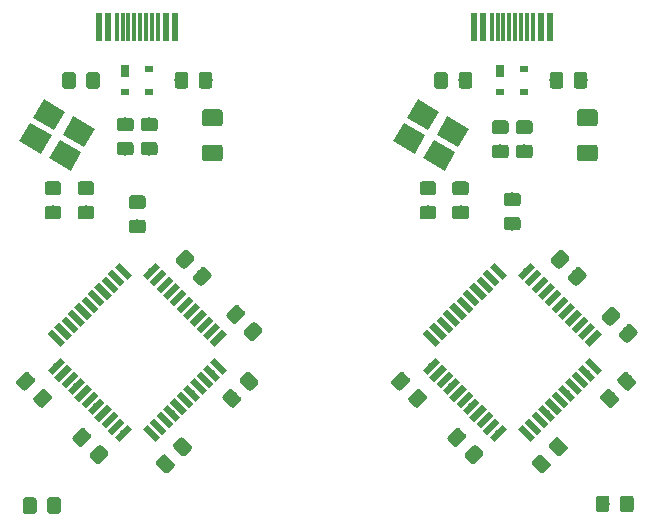
<source format=gbr>
G04 #@! TF.GenerationSoftware,KiCad,Pcbnew,(5.1.4)-1*
G04 #@! TF.CreationDate,2023-05-20T17:31:51-04:00*
G04 #@! TF.ProjectId,Corne Integrated Microchip,436f726e-6520-4496-9e74-656772617465,rev?*
G04 #@! TF.SameCoordinates,Original*
G04 #@! TF.FileFunction,Paste,Top*
G04 #@! TF.FilePolarity,Positive*
%FSLAX46Y46*%
G04 Gerber Fmt 4.6, Leading zero omitted, Abs format (unit mm)*
G04 Created by KiCad (PCBNEW (5.1.4)-1) date 2023-05-20 17:31:51*
%MOMM*%
%LPD*%
G04 APERTURE LIST*
%ADD10C,1.800000*%
%ADD11C,0.100000*%
%ADD12R,0.300000X2.450000*%
%ADD13R,0.600000X2.450000*%
%ADD14R,0.700000X1.000000*%
%ADD15R,0.700000X0.600000*%
%ADD16C,0.550000*%
%ADD17C,1.150000*%
%ADD18C,1.425000*%
G04 APERTURE END LIST*
D10*
X157543500Y-56879071D03*
D11*
G36*
X156184173Y-57133494D02*
G01*
X157084173Y-55574648D01*
X158902827Y-56624648D01*
X158002827Y-58183494D01*
X156184173Y-57133494D01*
X156184173Y-57133494D01*
G37*
D10*
X160054974Y-58329071D03*
D11*
G36*
X158695647Y-58583494D02*
G01*
X159595647Y-57024648D01*
X161414301Y-58074648D01*
X160514301Y-59633494D01*
X158695647Y-58583494D01*
X158695647Y-58583494D01*
G37*
D10*
X158904974Y-60320929D03*
D11*
G36*
X157545647Y-60575352D02*
G01*
X158445647Y-59016506D01*
X160264301Y-60066506D01*
X159364301Y-61625352D01*
X157545647Y-60575352D01*
X157545647Y-60575352D01*
G37*
D10*
X156393500Y-58870929D03*
D11*
G36*
X155034173Y-59125352D02*
G01*
X155934173Y-57566506D01*
X157752827Y-58616506D01*
X156852827Y-60175352D01*
X155034173Y-59125352D01*
X155034173Y-59125352D01*
G37*
D10*
X124731763Y-58870929D03*
D11*
G36*
X123372436Y-59125352D02*
G01*
X124272436Y-57566506D01*
X126091090Y-58616506D01*
X125191090Y-60175352D01*
X123372436Y-59125352D01*
X123372436Y-59125352D01*
G37*
D10*
X127243237Y-60320929D03*
D11*
G36*
X125883910Y-60575352D02*
G01*
X126783910Y-59016506D01*
X128602564Y-60066506D01*
X127702564Y-61625352D01*
X125883910Y-60575352D01*
X125883910Y-60575352D01*
G37*
D10*
X128393237Y-58329071D03*
D11*
G36*
X127033910Y-58583494D02*
G01*
X127933910Y-57024648D01*
X129752564Y-58074648D01*
X128852564Y-59633494D01*
X127033910Y-58583494D01*
X127033910Y-58583494D01*
G37*
D10*
X125881763Y-56879071D03*
D11*
G36*
X124522436Y-57133494D02*
G01*
X125422436Y-55574648D01*
X127241090Y-56624648D01*
X126341090Y-58183494D01*
X124522436Y-57133494D01*
X124522436Y-57133494D01*
G37*
D12*
X133600000Y-49470000D03*
X133100000Y-49470000D03*
X132600000Y-49470000D03*
X134100000Y-49470000D03*
X132100000Y-49470000D03*
X134600000Y-49470000D03*
X131600000Y-49470000D03*
X135100000Y-49470000D03*
D13*
X135800000Y-49470000D03*
X130900000Y-49470000D03*
X136575000Y-49470000D03*
X130125000Y-49470000D03*
D12*
X165350000Y-49470000D03*
X164850000Y-49470000D03*
X164350000Y-49470000D03*
X165850000Y-49470000D03*
X163850000Y-49470000D03*
X166350000Y-49470000D03*
X163350000Y-49470000D03*
X166850000Y-49470000D03*
D13*
X167550000Y-49470000D03*
X162650000Y-49470000D03*
X168325000Y-49470000D03*
X161875000Y-49470000D03*
D14*
X132350000Y-53225000D03*
D15*
X134350000Y-53025000D03*
X132350000Y-54925000D03*
X134350000Y-54925000D03*
D14*
X164100000Y-53225000D03*
D15*
X166100000Y-53025000D03*
X164100000Y-54925000D03*
X166100000Y-54925000D03*
D16*
X171958936Y-78195832D03*
D11*
G36*
X171234152Y-77859956D02*
G01*
X171623060Y-77471048D01*
X172683720Y-78531708D01*
X172294812Y-78920616D01*
X171234152Y-77859956D01*
X171234152Y-77859956D01*
G37*
D16*
X171393250Y-78761517D03*
D11*
G36*
X170668466Y-78425641D02*
G01*
X171057374Y-78036733D01*
X172118034Y-79097393D01*
X171729126Y-79486301D01*
X170668466Y-78425641D01*
X170668466Y-78425641D01*
G37*
D16*
X170827565Y-79327202D03*
D11*
G36*
X170102781Y-78991326D02*
G01*
X170491689Y-78602418D01*
X171552349Y-79663078D01*
X171163441Y-80051986D01*
X170102781Y-78991326D01*
X170102781Y-78991326D01*
G37*
D16*
X170261880Y-79892888D03*
D11*
G36*
X169537096Y-79557012D02*
G01*
X169926004Y-79168104D01*
X170986664Y-80228764D01*
X170597756Y-80617672D01*
X169537096Y-79557012D01*
X169537096Y-79557012D01*
G37*
D16*
X169696194Y-80458573D03*
D11*
G36*
X168971410Y-80122697D02*
G01*
X169360318Y-79733789D01*
X170420978Y-80794449D01*
X170032070Y-81183357D01*
X168971410Y-80122697D01*
X168971410Y-80122697D01*
G37*
D16*
X169130509Y-81024259D03*
D11*
G36*
X168405725Y-80688383D02*
G01*
X168794633Y-80299475D01*
X169855293Y-81360135D01*
X169466385Y-81749043D01*
X168405725Y-80688383D01*
X168405725Y-80688383D01*
G37*
D16*
X168564823Y-81589944D03*
D11*
G36*
X167840039Y-81254068D02*
G01*
X168228947Y-80865160D01*
X169289607Y-81925820D01*
X168900699Y-82314728D01*
X167840039Y-81254068D01*
X167840039Y-81254068D01*
G37*
D16*
X167999138Y-82155630D03*
D11*
G36*
X167274354Y-81819754D02*
G01*
X167663262Y-81430846D01*
X168723922Y-82491506D01*
X168335014Y-82880414D01*
X167274354Y-81819754D01*
X167274354Y-81819754D01*
G37*
D16*
X167433452Y-82721315D03*
D11*
G36*
X166708668Y-82385439D02*
G01*
X167097576Y-81996531D01*
X168158236Y-83057191D01*
X167769328Y-83446099D01*
X166708668Y-82385439D01*
X166708668Y-82385439D01*
G37*
D16*
X166867767Y-83287000D03*
D11*
G36*
X166142983Y-82951124D02*
G01*
X166531891Y-82562216D01*
X167592551Y-83622876D01*
X167203643Y-84011784D01*
X166142983Y-82951124D01*
X166142983Y-82951124D01*
G37*
D16*
X166302082Y-83852686D03*
D11*
G36*
X165577298Y-83516810D02*
G01*
X165966206Y-83127902D01*
X167026866Y-84188562D01*
X166637958Y-84577470D01*
X165577298Y-83516810D01*
X165577298Y-83516810D01*
G37*
D16*
X163897918Y-83852686D03*
D11*
G36*
X164233794Y-83127902D02*
G01*
X164622702Y-83516810D01*
X163562042Y-84577470D01*
X163173134Y-84188562D01*
X164233794Y-83127902D01*
X164233794Y-83127902D01*
G37*
D16*
X163332233Y-83287000D03*
D11*
G36*
X163668109Y-82562216D02*
G01*
X164057017Y-82951124D01*
X162996357Y-84011784D01*
X162607449Y-83622876D01*
X163668109Y-82562216D01*
X163668109Y-82562216D01*
G37*
D16*
X162766548Y-82721315D03*
D11*
G36*
X163102424Y-81996531D02*
G01*
X163491332Y-82385439D01*
X162430672Y-83446099D01*
X162041764Y-83057191D01*
X163102424Y-81996531D01*
X163102424Y-81996531D01*
G37*
D16*
X162200862Y-82155630D03*
D11*
G36*
X162536738Y-81430846D02*
G01*
X162925646Y-81819754D01*
X161864986Y-82880414D01*
X161476078Y-82491506D01*
X162536738Y-81430846D01*
X162536738Y-81430846D01*
G37*
D16*
X161635177Y-81589944D03*
D11*
G36*
X161971053Y-80865160D02*
G01*
X162359961Y-81254068D01*
X161299301Y-82314728D01*
X160910393Y-81925820D01*
X161971053Y-80865160D01*
X161971053Y-80865160D01*
G37*
D16*
X161069491Y-81024259D03*
D11*
G36*
X161405367Y-80299475D02*
G01*
X161794275Y-80688383D01*
X160733615Y-81749043D01*
X160344707Y-81360135D01*
X161405367Y-80299475D01*
X161405367Y-80299475D01*
G37*
D16*
X160503806Y-80458573D03*
D11*
G36*
X160839682Y-79733789D02*
G01*
X161228590Y-80122697D01*
X160167930Y-81183357D01*
X159779022Y-80794449D01*
X160839682Y-79733789D01*
X160839682Y-79733789D01*
G37*
D16*
X159938120Y-79892888D03*
D11*
G36*
X160273996Y-79168104D02*
G01*
X160662904Y-79557012D01*
X159602244Y-80617672D01*
X159213336Y-80228764D01*
X160273996Y-79168104D01*
X160273996Y-79168104D01*
G37*
D16*
X159372435Y-79327202D03*
D11*
G36*
X159708311Y-78602418D02*
G01*
X160097219Y-78991326D01*
X159036559Y-80051986D01*
X158647651Y-79663078D01*
X159708311Y-78602418D01*
X159708311Y-78602418D01*
G37*
D16*
X158806750Y-78761517D03*
D11*
G36*
X159142626Y-78036733D02*
G01*
X159531534Y-78425641D01*
X158470874Y-79486301D01*
X158081966Y-79097393D01*
X159142626Y-78036733D01*
X159142626Y-78036733D01*
G37*
D16*
X158241064Y-78195832D03*
D11*
G36*
X158576940Y-77471048D02*
G01*
X158965848Y-77859956D01*
X157905188Y-78920616D01*
X157516280Y-78531708D01*
X158576940Y-77471048D01*
X158576940Y-77471048D01*
G37*
D16*
X158241064Y-75791668D03*
D11*
G36*
X157516280Y-75455792D02*
G01*
X157905188Y-75066884D01*
X158965848Y-76127544D01*
X158576940Y-76516452D01*
X157516280Y-75455792D01*
X157516280Y-75455792D01*
G37*
D16*
X158806750Y-75225983D03*
D11*
G36*
X158081966Y-74890107D02*
G01*
X158470874Y-74501199D01*
X159531534Y-75561859D01*
X159142626Y-75950767D01*
X158081966Y-74890107D01*
X158081966Y-74890107D01*
G37*
D16*
X159372435Y-74660298D03*
D11*
G36*
X158647651Y-74324422D02*
G01*
X159036559Y-73935514D01*
X160097219Y-74996174D01*
X159708311Y-75385082D01*
X158647651Y-74324422D01*
X158647651Y-74324422D01*
G37*
D16*
X159938120Y-74094612D03*
D11*
G36*
X159213336Y-73758736D02*
G01*
X159602244Y-73369828D01*
X160662904Y-74430488D01*
X160273996Y-74819396D01*
X159213336Y-73758736D01*
X159213336Y-73758736D01*
G37*
D16*
X160503806Y-73528927D03*
D11*
G36*
X159779022Y-73193051D02*
G01*
X160167930Y-72804143D01*
X161228590Y-73864803D01*
X160839682Y-74253711D01*
X159779022Y-73193051D01*
X159779022Y-73193051D01*
G37*
D16*
X161069491Y-72963241D03*
D11*
G36*
X160344707Y-72627365D02*
G01*
X160733615Y-72238457D01*
X161794275Y-73299117D01*
X161405367Y-73688025D01*
X160344707Y-72627365D01*
X160344707Y-72627365D01*
G37*
D16*
X161635177Y-72397556D03*
D11*
G36*
X160910393Y-72061680D02*
G01*
X161299301Y-71672772D01*
X162359961Y-72733432D01*
X161971053Y-73122340D01*
X160910393Y-72061680D01*
X160910393Y-72061680D01*
G37*
D16*
X162200862Y-71831870D03*
D11*
G36*
X161476078Y-71495994D02*
G01*
X161864986Y-71107086D01*
X162925646Y-72167746D01*
X162536738Y-72556654D01*
X161476078Y-71495994D01*
X161476078Y-71495994D01*
G37*
D16*
X162766548Y-71266185D03*
D11*
G36*
X162041764Y-70930309D02*
G01*
X162430672Y-70541401D01*
X163491332Y-71602061D01*
X163102424Y-71990969D01*
X162041764Y-70930309D01*
X162041764Y-70930309D01*
G37*
D16*
X163332233Y-70700500D03*
D11*
G36*
X162607449Y-70364624D02*
G01*
X162996357Y-69975716D01*
X164057017Y-71036376D01*
X163668109Y-71425284D01*
X162607449Y-70364624D01*
X162607449Y-70364624D01*
G37*
D16*
X163897918Y-70134814D03*
D11*
G36*
X163173134Y-69798938D02*
G01*
X163562042Y-69410030D01*
X164622702Y-70470690D01*
X164233794Y-70859598D01*
X163173134Y-69798938D01*
X163173134Y-69798938D01*
G37*
D16*
X166302082Y-70134814D03*
D11*
G36*
X166637958Y-69410030D02*
G01*
X167026866Y-69798938D01*
X165966206Y-70859598D01*
X165577298Y-70470690D01*
X166637958Y-69410030D01*
X166637958Y-69410030D01*
G37*
D16*
X166867767Y-70700500D03*
D11*
G36*
X167203643Y-69975716D02*
G01*
X167592551Y-70364624D01*
X166531891Y-71425284D01*
X166142983Y-71036376D01*
X167203643Y-69975716D01*
X167203643Y-69975716D01*
G37*
D16*
X167433452Y-71266185D03*
D11*
G36*
X167769328Y-70541401D02*
G01*
X168158236Y-70930309D01*
X167097576Y-71990969D01*
X166708668Y-71602061D01*
X167769328Y-70541401D01*
X167769328Y-70541401D01*
G37*
D16*
X167999138Y-71831870D03*
D11*
G36*
X168335014Y-71107086D02*
G01*
X168723922Y-71495994D01*
X167663262Y-72556654D01*
X167274354Y-72167746D01*
X168335014Y-71107086D01*
X168335014Y-71107086D01*
G37*
D16*
X168564823Y-72397556D03*
D11*
G36*
X168900699Y-71672772D02*
G01*
X169289607Y-72061680D01*
X168228947Y-73122340D01*
X167840039Y-72733432D01*
X168900699Y-71672772D01*
X168900699Y-71672772D01*
G37*
D16*
X169130509Y-72963241D03*
D11*
G36*
X169466385Y-72238457D02*
G01*
X169855293Y-72627365D01*
X168794633Y-73688025D01*
X168405725Y-73299117D01*
X169466385Y-72238457D01*
X169466385Y-72238457D01*
G37*
D16*
X169696194Y-73528927D03*
D11*
G36*
X170032070Y-72804143D02*
G01*
X170420978Y-73193051D01*
X169360318Y-74253711D01*
X168971410Y-73864803D01*
X170032070Y-72804143D01*
X170032070Y-72804143D01*
G37*
D16*
X170261880Y-74094612D03*
D11*
G36*
X170597756Y-73369828D02*
G01*
X170986664Y-73758736D01*
X169926004Y-74819396D01*
X169537096Y-74430488D01*
X170597756Y-73369828D01*
X170597756Y-73369828D01*
G37*
D16*
X170827565Y-74660298D03*
D11*
G36*
X171163441Y-73935514D02*
G01*
X171552349Y-74324422D01*
X170491689Y-75385082D01*
X170102781Y-74996174D01*
X171163441Y-73935514D01*
X171163441Y-73935514D01*
G37*
D16*
X171393250Y-75225983D03*
D11*
G36*
X171729126Y-74501199D02*
G01*
X172118034Y-74890107D01*
X171057374Y-75950767D01*
X170668466Y-75561859D01*
X171729126Y-74501199D01*
X171729126Y-74501199D01*
G37*
D16*
X171958936Y-75791668D03*
D11*
G36*
X172294812Y-75066884D02*
G01*
X172683720Y-75455792D01*
X171623060Y-76516452D01*
X171234152Y-76127544D01*
X172294812Y-75066884D01*
X172294812Y-75066884D01*
G37*
D16*
X140208936Y-75791668D03*
D11*
G36*
X140544812Y-75066884D02*
G01*
X140933720Y-75455792D01*
X139873060Y-76516452D01*
X139484152Y-76127544D01*
X140544812Y-75066884D01*
X140544812Y-75066884D01*
G37*
D16*
X139643250Y-75225983D03*
D11*
G36*
X139979126Y-74501199D02*
G01*
X140368034Y-74890107D01*
X139307374Y-75950767D01*
X138918466Y-75561859D01*
X139979126Y-74501199D01*
X139979126Y-74501199D01*
G37*
D16*
X139077565Y-74660298D03*
D11*
G36*
X139413441Y-73935514D02*
G01*
X139802349Y-74324422D01*
X138741689Y-75385082D01*
X138352781Y-74996174D01*
X139413441Y-73935514D01*
X139413441Y-73935514D01*
G37*
D16*
X138511880Y-74094612D03*
D11*
G36*
X138847756Y-73369828D02*
G01*
X139236664Y-73758736D01*
X138176004Y-74819396D01*
X137787096Y-74430488D01*
X138847756Y-73369828D01*
X138847756Y-73369828D01*
G37*
D16*
X137946194Y-73528927D03*
D11*
G36*
X138282070Y-72804143D02*
G01*
X138670978Y-73193051D01*
X137610318Y-74253711D01*
X137221410Y-73864803D01*
X138282070Y-72804143D01*
X138282070Y-72804143D01*
G37*
D16*
X137380509Y-72963241D03*
D11*
G36*
X137716385Y-72238457D02*
G01*
X138105293Y-72627365D01*
X137044633Y-73688025D01*
X136655725Y-73299117D01*
X137716385Y-72238457D01*
X137716385Y-72238457D01*
G37*
D16*
X136814823Y-72397556D03*
D11*
G36*
X137150699Y-71672772D02*
G01*
X137539607Y-72061680D01*
X136478947Y-73122340D01*
X136090039Y-72733432D01*
X137150699Y-71672772D01*
X137150699Y-71672772D01*
G37*
D16*
X136249138Y-71831870D03*
D11*
G36*
X136585014Y-71107086D02*
G01*
X136973922Y-71495994D01*
X135913262Y-72556654D01*
X135524354Y-72167746D01*
X136585014Y-71107086D01*
X136585014Y-71107086D01*
G37*
D16*
X135683452Y-71266185D03*
D11*
G36*
X136019328Y-70541401D02*
G01*
X136408236Y-70930309D01*
X135347576Y-71990969D01*
X134958668Y-71602061D01*
X136019328Y-70541401D01*
X136019328Y-70541401D01*
G37*
D16*
X135117767Y-70700500D03*
D11*
G36*
X135453643Y-69975716D02*
G01*
X135842551Y-70364624D01*
X134781891Y-71425284D01*
X134392983Y-71036376D01*
X135453643Y-69975716D01*
X135453643Y-69975716D01*
G37*
D16*
X134552082Y-70134814D03*
D11*
G36*
X134887958Y-69410030D02*
G01*
X135276866Y-69798938D01*
X134216206Y-70859598D01*
X133827298Y-70470690D01*
X134887958Y-69410030D01*
X134887958Y-69410030D01*
G37*
D16*
X132147918Y-70134814D03*
D11*
G36*
X131423134Y-69798938D02*
G01*
X131812042Y-69410030D01*
X132872702Y-70470690D01*
X132483794Y-70859598D01*
X131423134Y-69798938D01*
X131423134Y-69798938D01*
G37*
D16*
X131582233Y-70700500D03*
D11*
G36*
X130857449Y-70364624D02*
G01*
X131246357Y-69975716D01*
X132307017Y-71036376D01*
X131918109Y-71425284D01*
X130857449Y-70364624D01*
X130857449Y-70364624D01*
G37*
D16*
X131016548Y-71266185D03*
D11*
G36*
X130291764Y-70930309D02*
G01*
X130680672Y-70541401D01*
X131741332Y-71602061D01*
X131352424Y-71990969D01*
X130291764Y-70930309D01*
X130291764Y-70930309D01*
G37*
D16*
X130450862Y-71831870D03*
D11*
G36*
X129726078Y-71495994D02*
G01*
X130114986Y-71107086D01*
X131175646Y-72167746D01*
X130786738Y-72556654D01*
X129726078Y-71495994D01*
X129726078Y-71495994D01*
G37*
D16*
X129885177Y-72397556D03*
D11*
G36*
X129160393Y-72061680D02*
G01*
X129549301Y-71672772D01*
X130609961Y-72733432D01*
X130221053Y-73122340D01*
X129160393Y-72061680D01*
X129160393Y-72061680D01*
G37*
D16*
X129319491Y-72963241D03*
D11*
G36*
X128594707Y-72627365D02*
G01*
X128983615Y-72238457D01*
X130044275Y-73299117D01*
X129655367Y-73688025D01*
X128594707Y-72627365D01*
X128594707Y-72627365D01*
G37*
D16*
X128753806Y-73528927D03*
D11*
G36*
X128029022Y-73193051D02*
G01*
X128417930Y-72804143D01*
X129478590Y-73864803D01*
X129089682Y-74253711D01*
X128029022Y-73193051D01*
X128029022Y-73193051D01*
G37*
D16*
X128188120Y-74094612D03*
D11*
G36*
X127463336Y-73758736D02*
G01*
X127852244Y-73369828D01*
X128912904Y-74430488D01*
X128523996Y-74819396D01*
X127463336Y-73758736D01*
X127463336Y-73758736D01*
G37*
D16*
X127622435Y-74660298D03*
D11*
G36*
X126897651Y-74324422D02*
G01*
X127286559Y-73935514D01*
X128347219Y-74996174D01*
X127958311Y-75385082D01*
X126897651Y-74324422D01*
X126897651Y-74324422D01*
G37*
D16*
X127056750Y-75225983D03*
D11*
G36*
X126331966Y-74890107D02*
G01*
X126720874Y-74501199D01*
X127781534Y-75561859D01*
X127392626Y-75950767D01*
X126331966Y-74890107D01*
X126331966Y-74890107D01*
G37*
D16*
X126491064Y-75791668D03*
D11*
G36*
X125766280Y-75455792D02*
G01*
X126155188Y-75066884D01*
X127215848Y-76127544D01*
X126826940Y-76516452D01*
X125766280Y-75455792D01*
X125766280Y-75455792D01*
G37*
D16*
X126491064Y-78195832D03*
D11*
G36*
X126826940Y-77471048D02*
G01*
X127215848Y-77859956D01*
X126155188Y-78920616D01*
X125766280Y-78531708D01*
X126826940Y-77471048D01*
X126826940Y-77471048D01*
G37*
D16*
X127056750Y-78761517D03*
D11*
G36*
X127392626Y-78036733D02*
G01*
X127781534Y-78425641D01*
X126720874Y-79486301D01*
X126331966Y-79097393D01*
X127392626Y-78036733D01*
X127392626Y-78036733D01*
G37*
D16*
X127622435Y-79327202D03*
D11*
G36*
X127958311Y-78602418D02*
G01*
X128347219Y-78991326D01*
X127286559Y-80051986D01*
X126897651Y-79663078D01*
X127958311Y-78602418D01*
X127958311Y-78602418D01*
G37*
D16*
X128188120Y-79892888D03*
D11*
G36*
X128523996Y-79168104D02*
G01*
X128912904Y-79557012D01*
X127852244Y-80617672D01*
X127463336Y-80228764D01*
X128523996Y-79168104D01*
X128523996Y-79168104D01*
G37*
D16*
X128753806Y-80458573D03*
D11*
G36*
X129089682Y-79733789D02*
G01*
X129478590Y-80122697D01*
X128417930Y-81183357D01*
X128029022Y-80794449D01*
X129089682Y-79733789D01*
X129089682Y-79733789D01*
G37*
D16*
X129319491Y-81024259D03*
D11*
G36*
X129655367Y-80299475D02*
G01*
X130044275Y-80688383D01*
X128983615Y-81749043D01*
X128594707Y-81360135D01*
X129655367Y-80299475D01*
X129655367Y-80299475D01*
G37*
D16*
X129885177Y-81589944D03*
D11*
G36*
X130221053Y-80865160D02*
G01*
X130609961Y-81254068D01*
X129549301Y-82314728D01*
X129160393Y-81925820D01*
X130221053Y-80865160D01*
X130221053Y-80865160D01*
G37*
D16*
X130450862Y-82155630D03*
D11*
G36*
X130786738Y-81430846D02*
G01*
X131175646Y-81819754D01*
X130114986Y-82880414D01*
X129726078Y-82491506D01*
X130786738Y-81430846D01*
X130786738Y-81430846D01*
G37*
D16*
X131016548Y-82721315D03*
D11*
G36*
X131352424Y-81996531D02*
G01*
X131741332Y-82385439D01*
X130680672Y-83446099D01*
X130291764Y-83057191D01*
X131352424Y-81996531D01*
X131352424Y-81996531D01*
G37*
D16*
X131582233Y-83287000D03*
D11*
G36*
X131918109Y-82562216D02*
G01*
X132307017Y-82951124D01*
X131246357Y-84011784D01*
X130857449Y-83622876D01*
X131918109Y-82562216D01*
X131918109Y-82562216D01*
G37*
D16*
X132147918Y-83852686D03*
D11*
G36*
X132483794Y-83127902D02*
G01*
X132872702Y-83516810D01*
X131812042Y-84577470D01*
X131423134Y-84188562D01*
X132483794Y-83127902D01*
X132483794Y-83127902D01*
G37*
D16*
X134552082Y-83852686D03*
D11*
G36*
X133827298Y-83516810D02*
G01*
X134216206Y-83127902D01*
X135276866Y-84188562D01*
X134887958Y-84577470D01*
X133827298Y-83516810D01*
X133827298Y-83516810D01*
G37*
D16*
X135117767Y-83287000D03*
D11*
G36*
X134392983Y-82951124D02*
G01*
X134781891Y-82562216D01*
X135842551Y-83622876D01*
X135453643Y-84011784D01*
X134392983Y-82951124D01*
X134392983Y-82951124D01*
G37*
D16*
X135683452Y-82721315D03*
D11*
G36*
X134958668Y-82385439D02*
G01*
X135347576Y-81996531D01*
X136408236Y-83057191D01*
X136019328Y-83446099D01*
X134958668Y-82385439D01*
X134958668Y-82385439D01*
G37*
D16*
X136249138Y-82155630D03*
D11*
G36*
X135524354Y-81819754D02*
G01*
X135913262Y-81430846D01*
X136973922Y-82491506D01*
X136585014Y-82880414D01*
X135524354Y-81819754D01*
X135524354Y-81819754D01*
G37*
D16*
X136814823Y-81589944D03*
D11*
G36*
X136090039Y-81254068D02*
G01*
X136478947Y-80865160D01*
X137539607Y-81925820D01*
X137150699Y-82314728D01*
X136090039Y-81254068D01*
X136090039Y-81254068D01*
G37*
D16*
X137380509Y-81024259D03*
D11*
G36*
X136655725Y-80688383D02*
G01*
X137044633Y-80299475D01*
X138105293Y-81360135D01*
X137716385Y-81749043D01*
X136655725Y-80688383D01*
X136655725Y-80688383D01*
G37*
D16*
X137946194Y-80458573D03*
D11*
G36*
X137221410Y-80122697D02*
G01*
X137610318Y-79733789D01*
X138670978Y-80794449D01*
X138282070Y-81183357D01*
X137221410Y-80122697D01*
X137221410Y-80122697D01*
G37*
D16*
X138511880Y-79892888D03*
D11*
G36*
X137787096Y-79557012D02*
G01*
X138176004Y-79168104D01*
X139236664Y-80228764D01*
X138847756Y-80617672D01*
X137787096Y-79557012D01*
X137787096Y-79557012D01*
G37*
D16*
X139077565Y-79327202D03*
D11*
G36*
X138352781Y-78991326D02*
G01*
X138741689Y-78602418D01*
X139802349Y-79663078D01*
X139413441Y-80051986D01*
X138352781Y-78991326D01*
X138352781Y-78991326D01*
G37*
D16*
X139643250Y-78761517D03*
D11*
G36*
X138918466Y-78425641D02*
G01*
X139307374Y-78036733D01*
X140368034Y-79097393D01*
X139979126Y-79486301D01*
X138918466Y-78425641D01*
X138918466Y-78425641D01*
G37*
D16*
X140208936Y-78195832D03*
D11*
G36*
X139484152Y-77859956D02*
G01*
X139873060Y-77471048D01*
X140933720Y-78531708D01*
X140544812Y-78920616D01*
X139484152Y-77859956D01*
X139484152Y-77859956D01*
G37*
G36*
X137437005Y-53276204D02*
G01*
X137461273Y-53279804D01*
X137485072Y-53285765D01*
X137508171Y-53294030D01*
X137530350Y-53304520D01*
X137551393Y-53317132D01*
X137571099Y-53331747D01*
X137589277Y-53348223D01*
X137605753Y-53366401D01*
X137620368Y-53386107D01*
X137632980Y-53407150D01*
X137643470Y-53429329D01*
X137651735Y-53452428D01*
X137657696Y-53476227D01*
X137661296Y-53500495D01*
X137662500Y-53524999D01*
X137662500Y-54425001D01*
X137661296Y-54449505D01*
X137657696Y-54473773D01*
X137651735Y-54497572D01*
X137643470Y-54520671D01*
X137632980Y-54542850D01*
X137620368Y-54563893D01*
X137605753Y-54583599D01*
X137589277Y-54601777D01*
X137571099Y-54618253D01*
X137551393Y-54632868D01*
X137530350Y-54645480D01*
X137508171Y-54655970D01*
X137485072Y-54664235D01*
X137461273Y-54670196D01*
X137437005Y-54673796D01*
X137412501Y-54675000D01*
X136762499Y-54675000D01*
X136737995Y-54673796D01*
X136713727Y-54670196D01*
X136689928Y-54664235D01*
X136666829Y-54655970D01*
X136644650Y-54645480D01*
X136623607Y-54632868D01*
X136603901Y-54618253D01*
X136585723Y-54601777D01*
X136569247Y-54583599D01*
X136554632Y-54563893D01*
X136542020Y-54542850D01*
X136531530Y-54520671D01*
X136523265Y-54497572D01*
X136517304Y-54473773D01*
X136513704Y-54449505D01*
X136512500Y-54425001D01*
X136512500Y-53524999D01*
X136513704Y-53500495D01*
X136517304Y-53476227D01*
X136523265Y-53452428D01*
X136531530Y-53429329D01*
X136542020Y-53407150D01*
X136554632Y-53386107D01*
X136569247Y-53366401D01*
X136585723Y-53348223D01*
X136603901Y-53331747D01*
X136623607Y-53317132D01*
X136644650Y-53304520D01*
X136666829Y-53294030D01*
X136689928Y-53285765D01*
X136713727Y-53279804D01*
X136737995Y-53276204D01*
X136762499Y-53275000D01*
X137412501Y-53275000D01*
X137437005Y-53276204D01*
X137437005Y-53276204D01*
G37*
D17*
X137087500Y-53975000D03*
D11*
G36*
X139487005Y-53276204D02*
G01*
X139511273Y-53279804D01*
X139535072Y-53285765D01*
X139558171Y-53294030D01*
X139580350Y-53304520D01*
X139601393Y-53317132D01*
X139621099Y-53331747D01*
X139639277Y-53348223D01*
X139655753Y-53366401D01*
X139670368Y-53386107D01*
X139682980Y-53407150D01*
X139693470Y-53429329D01*
X139701735Y-53452428D01*
X139707696Y-53476227D01*
X139711296Y-53500495D01*
X139712500Y-53524999D01*
X139712500Y-54425001D01*
X139711296Y-54449505D01*
X139707696Y-54473773D01*
X139701735Y-54497572D01*
X139693470Y-54520671D01*
X139682980Y-54542850D01*
X139670368Y-54563893D01*
X139655753Y-54583599D01*
X139639277Y-54601777D01*
X139621099Y-54618253D01*
X139601393Y-54632868D01*
X139580350Y-54645480D01*
X139558171Y-54655970D01*
X139535072Y-54664235D01*
X139511273Y-54670196D01*
X139487005Y-54673796D01*
X139462501Y-54675000D01*
X138812499Y-54675000D01*
X138787995Y-54673796D01*
X138763727Y-54670196D01*
X138739928Y-54664235D01*
X138716829Y-54655970D01*
X138694650Y-54645480D01*
X138673607Y-54632868D01*
X138653901Y-54618253D01*
X138635723Y-54601777D01*
X138619247Y-54583599D01*
X138604632Y-54563893D01*
X138592020Y-54542850D01*
X138581530Y-54520671D01*
X138573265Y-54497572D01*
X138567304Y-54473773D01*
X138563704Y-54449505D01*
X138562500Y-54425001D01*
X138562500Y-53524999D01*
X138563704Y-53500495D01*
X138567304Y-53476227D01*
X138573265Y-53452428D01*
X138581530Y-53429329D01*
X138592020Y-53407150D01*
X138604632Y-53386107D01*
X138619247Y-53366401D01*
X138635723Y-53348223D01*
X138653901Y-53331747D01*
X138673607Y-53317132D01*
X138694650Y-53304520D01*
X138716829Y-53294030D01*
X138739928Y-53285765D01*
X138763727Y-53279804D01*
X138787995Y-53276204D01*
X138812499Y-53275000D01*
X139462501Y-53275000D01*
X139487005Y-53276204D01*
X139487005Y-53276204D01*
G37*
D17*
X139137500Y-53975000D03*
D11*
G36*
X129962005Y-53276204D02*
G01*
X129986273Y-53279804D01*
X130010072Y-53285765D01*
X130033171Y-53294030D01*
X130055350Y-53304520D01*
X130076393Y-53317132D01*
X130096099Y-53331747D01*
X130114277Y-53348223D01*
X130130753Y-53366401D01*
X130145368Y-53386107D01*
X130157980Y-53407150D01*
X130168470Y-53429329D01*
X130176735Y-53452428D01*
X130182696Y-53476227D01*
X130186296Y-53500495D01*
X130187500Y-53524999D01*
X130187500Y-54425001D01*
X130186296Y-54449505D01*
X130182696Y-54473773D01*
X130176735Y-54497572D01*
X130168470Y-54520671D01*
X130157980Y-54542850D01*
X130145368Y-54563893D01*
X130130753Y-54583599D01*
X130114277Y-54601777D01*
X130096099Y-54618253D01*
X130076393Y-54632868D01*
X130055350Y-54645480D01*
X130033171Y-54655970D01*
X130010072Y-54664235D01*
X129986273Y-54670196D01*
X129962005Y-54673796D01*
X129937501Y-54675000D01*
X129287499Y-54675000D01*
X129262995Y-54673796D01*
X129238727Y-54670196D01*
X129214928Y-54664235D01*
X129191829Y-54655970D01*
X129169650Y-54645480D01*
X129148607Y-54632868D01*
X129128901Y-54618253D01*
X129110723Y-54601777D01*
X129094247Y-54583599D01*
X129079632Y-54563893D01*
X129067020Y-54542850D01*
X129056530Y-54520671D01*
X129048265Y-54497572D01*
X129042304Y-54473773D01*
X129038704Y-54449505D01*
X129037500Y-54425001D01*
X129037500Y-53524999D01*
X129038704Y-53500495D01*
X129042304Y-53476227D01*
X129048265Y-53452428D01*
X129056530Y-53429329D01*
X129067020Y-53407150D01*
X129079632Y-53386107D01*
X129094247Y-53366401D01*
X129110723Y-53348223D01*
X129128901Y-53331747D01*
X129148607Y-53317132D01*
X129169650Y-53304520D01*
X129191829Y-53294030D01*
X129214928Y-53285765D01*
X129238727Y-53279804D01*
X129262995Y-53276204D01*
X129287499Y-53275000D01*
X129937501Y-53275000D01*
X129962005Y-53276204D01*
X129962005Y-53276204D01*
G37*
D17*
X129612500Y-53975000D03*
D11*
G36*
X127912005Y-53276204D02*
G01*
X127936273Y-53279804D01*
X127960072Y-53285765D01*
X127983171Y-53294030D01*
X128005350Y-53304520D01*
X128026393Y-53317132D01*
X128046099Y-53331747D01*
X128064277Y-53348223D01*
X128080753Y-53366401D01*
X128095368Y-53386107D01*
X128107980Y-53407150D01*
X128118470Y-53429329D01*
X128126735Y-53452428D01*
X128132696Y-53476227D01*
X128136296Y-53500495D01*
X128137500Y-53524999D01*
X128137500Y-54425001D01*
X128136296Y-54449505D01*
X128132696Y-54473773D01*
X128126735Y-54497572D01*
X128118470Y-54520671D01*
X128107980Y-54542850D01*
X128095368Y-54563893D01*
X128080753Y-54583599D01*
X128064277Y-54601777D01*
X128046099Y-54618253D01*
X128026393Y-54632868D01*
X128005350Y-54645480D01*
X127983171Y-54655970D01*
X127960072Y-54664235D01*
X127936273Y-54670196D01*
X127912005Y-54673796D01*
X127887501Y-54675000D01*
X127237499Y-54675000D01*
X127212995Y-54673796D01*
X127188727Y-54670196D01*
X127164928Y-54664235D01*
X127141829Y-54655970D01*
X127119650Y-54645480D01*
X127098607Y-54632868D01*
X127078901Y-54618253D01*
X127060723Y-54601777D01*
X127044247Y-54583599D01*
X127029632Y-54563893D01*
X127017020Y-54542850D01*
X127006530Y-54520671D01*
X126998265Y-54497572D01*
X126992304Y-54473773D01*
X126988704Y-54449505D01*
X126987500Y-54425001D01*
X126987500Y-53524999D01*
X126988704Y-53500495D01*
X126992304Y-53476227D01*
X126998265Y-53452428D01*
X127006530Y-53429329D01*
X127017020Y-53407150D01*
X127029632Y-53386107D01*
X127044247Y-53366401D01*
X127060723Y-53348223D01*
X127078901Y-53331747D01*
X127098607Y-53317132D01*
X127119650Y-53304520D01*
X127141829Y-53294030D01*
X127164928Y-53285765D01*
X127188727Y-53279804D01*
X127212995Y-53276204D01*
X127237499Y-53275000D01*
X127887501Y-53275000D01*
X127912005Y-53276204D01*
X127912005Y-53276204D01*
G37*
D17*
X127562500Y-53975000D03*
D11*
G36*
X132808505Y-57138704D02*
G01*
X132832773Y-57142304D01*
X132856572Y-57148265D01*
X132879671Y-57156530D01*
X132901850Y-57167020D01*
X132922893Y-57179632D01*
X132942599Y-57194247D01*
X132960777Y-57210723D01*
X132977253Y-57228901D01*
X132991868Y-57248607D01*
X133004480Y-57269650D01*
X133014970Y-57291829D01*
X133023235Y-57314928D01*
X133029196Y-57338727D01*
X133032796Y-57362995D01*
X133034000Y-57387499D01*
X133034000Y-58037501D01*
X133032796Y-58062005D01*
X133029196Y-58086273D01*
X133023235Y-58110072D01*
X133014970Y-58133171D01*
X133004480Y-58155350D01*
X132991868Y-58176393D01*
X132977253Y-58196099D01*
X132960777Y-58214277D01*
X132942599Y-58230753D01*
X132922893Y-58245368D01*
X132901850Y-58257980D01*
X132879671Y-58268470D01*
X132856572Y-58276735D01*
X132832773Y-58282696D01*
X132808505Y-58286296D01*
X132784001Y-58287500D01*
X131883999Y-58287500D01*
X131859495Y-58286296D01*
X131835227Y-58282696D01*
X131811428Y-58276735D01*
X131788329Y-58268470D01*
X131766150Y-58257980D01*
X131745107Y-58245368D01*
X131725401Y-58230753D01*
X131707223Y-58214277D01*
X131690747Y-58196099D01*
X131676132Y-58176393D01*
X131663520Y-58155350D01*
X131653030Y-58133171D01*
X131644765Y-58110072D01*
X131638804Y-58086273D01*
X131635204Y-58062005D01*
X131634000Y-58037501D01*
X131634000Y-57387499D01*
X131635204Y-57362995D01*
X131638804Y-57338727D01*
X131644765Y-57314928D01*
X131653030Y-57291829D01*
X131663520Y-57269650D01*
X131676132Y-57248607D01*
X131690747Y-57228901D01*
X131707223Y-57210723D01*
X131725401Y-57194247D01*
X131745107Y-57179632D01*
X131766150Y-57167020D01*
X131788329Y-57156530D01*
X131811428Y-57148265D01*
X131835227Y-57142304D01*
X131859495Y-57138704D01*
X131883999Y-57137500D01*
X132784001Y-57137500D01*
X132808505Y-57138704D01*
X132808505Y-57138704D01*
G37*
D17*
X132334000Y-57712500D03*
D11*
G36*
X132808505Y-59188704D02*
G01*
X132832773Y-59192304D01*
X132856572Y-59198265D01*
X132879671Y-59206530D01*
X132901850Y-59217020D01*
X132922893Y-59229632D01*
X132942599Y-59244247D01*
X132960777Y-59260723D01*
X132977253Y-59278901D01*
X132991868Y-59298607D01*
X133004480Y-59319650D01*
X133014970Y-59341829D01*
X133023235Y-59364928D01*
X133029196Y-59388727D01*
X133032796Y-59412995D01*
X133034000Y-59437499D01*
X133034000Y-60087501D01*
X133032796Y-60112005D01*
X133029196Y-60136273D01*
X133023235Y-60160072D01*
X133014970Y-60183171D01*
X133004480Y-60205350D01*
X132991868Y-60226393D01*
X132977253Y-60246099D01*
X132960777Y-60264277D01*
X132942599Y-60280753D01*
X132922893Y-60295368D01*
X132901850Y-60307980D01*
X132879671Y-60318470D01*
X132856572Y-60326735D01*
X132832773Y-60332696D01*
X132808505Y-60336296D01*
X132784001Y-60337500D01*
X131883999Y-60337500D01*
X131859495Y-60336296D01*
X131835227Y-60332696D01*
X131811428Y-60326735D01*
X131788329Y-60318470D01*
X131766150Y-60307980D01*
X131745107Y-60295368D01*
X131725401Y-60280753D01*
X131707223Y-60264277D01*
X131690747Y-60246099D01*
X131676132Y-60226393D01*
X131663520Y-60205350D01*
X131653030Y-60183171D01*
X131644765Y-60160072D01*
X131638804Y-60136273D01*
X131635204Y-60112005D01*
X131634000Y-60087501D01*
X131634000Y-59437499D01*
X131635204Y-59412995D01*
X131638804Y-59388727D01*
X131644765Y-59364928D01*
X131653030Y-59341829D01*
X131663520Y-59319650D01*
X131676132Y-59298607D01*
X131690747Y-59278901D01*
X131707223Y-59260723D01*
X131725401Y-59244247D01*
X131745107Y-59229632D01*
X131766150Y-59217020D01*
X131788329Y-59206530D01*
X131811428Y-59198265D01*
X131835227Y-59192304D01*
X131859495Y-59188704D01*
X131883999Y-59187500D01*
X132784001Y-59187500D01*
X132808505Y-59188704D01*
X132808505Y-59188704D01*
G37*
D17*
X132334000Y-59762500D03*
D11*
G36*
X134840505Y-57138704D02*
G01*
X134864773Y-57142304D01*
X134888572Y-57148265D01*
X134911671Y-57156530D01*
X134933850Y-57167020D01*
X134954893Y-57179632D01*
X134974599Y-57194247D01*
X134992777Y-57210723D01*
X135009253Y-57228901D01*
X135023868Y-57248607D01*
X135036480Y-57269650D01*
X135046970Y-57291829D01*
X135055235Y-57314928D01*
X135061196Y-57338727D01*
X135064796Y-57362995D01*
X135066000Y-57387499D01*
X135066000Y-58037501D01*
X135064796Y-58062005D01*
X135061196Y-58086273D01*
X135055235Y-58110072D01*
X135046970Y-58133171D01*
X135036480Y-58155350D01*
X135023868Y-58176393D01*
X135009253Y-58196099D01*
X134992777Y-58214277D01*
X134974599Y-58230753D01*
X134954893Y-58245368D01*
X134933850Y-58257980D01*
X134911671Y-58268470D01*
X134888572Y-58276735D01*
X134864773Y-58282696D01*
X134840505Y-58286296D01*
X134816001Y-58287500D01*
X133915999Y-58287500D01*
X133891495Y-58286296D01*
X133867227Y-58282696D01*
X133843428Y-58276735D01*
X133820329Y-58268470D01*
X133798150Y-58257980D01*
X133777107Y-58245368D01*
X133757401Y-58230753D01*
X133739223Y-58214277D01*
X133722747Y-58196099D01*
X133708132Y-58176393D01*
X133695520Y-58155350D01*
X133685030Y-58133171D01*
X133676765Y-58110072D01*
X133670804Y-58086273D01*
X133667204Y-58062005D01*
X133666000Y-58037501D01*
X133666000Y-57387499D01*
X133667204Y-57362995D01*
X133670804Y-57338727D01*
X133676765Y-57314928D01*
X133685030Y-57291829D01*
X133695520Y-57269650D01*
X133708132Y-57248607D01*
X133722747Y-57228901D01*
X133739223Y-57210723D01*
X133757401Y-57194247D01*
X133777107Y-57179632D01*
X133798150Y-57167020D01*
X133820329Y-57156530D01*
X133843428Y-57148265D01*
X133867227Y-57142304D01*
X133891495Y-57138704D01*
X133915999Y-57137500D01*
X134816001Y-57137500D01*
X134840505Y-57138704D01*
X134840505Y-57138704D01*
G37*
D17*
X134366000Y-57712500D03*
D11*
G36*
X134840505Y-59188704D02*
G01*
X134864773Y-59192304D01*
X134888572Y-59198265D01*
X134911671Y-59206530D01*
X134933850Y-59217020D01*
X134954893Y-59229632D01*
X134974599Y-59244247D01*
X134992777Y-59260723D01*
X135009253Y-59278901D01*
X135023868Y-59298607D01*
X135036480Y-59319650D01*
X135046970Y-59341829D01*
X135055235Y-59364928D01*
X135061196Y-59388727D01*
X135064796Y-59412995D01*
X135066000Y-59437499D01*
X135066000Y-60087501D01*
X135064796Y-60112005D01*
X135061196Y-60136273D01*
X135055235Y-60160072D01*
X135046970Y-60183171D01*
X135036480Y-60205350D01*
X135023868Y-60226393D01*
X135009253Y-60246099D01*
X134992777Y-60264277D01*
X134974599Y-60280753D01*
X134954893Y-60295368D01*
X134933850Y-60307980D01*
X134911671Y-60318470D01*
X134888572Y-60326735D01*
X134864773Y-60332696D01*
X134840505Y-60336296D01*
X134816001Y-60337500D01*
X133915999Y-60337500D01*
X133891495Y-60336296D01*
X133867227Y-60332696D01*
X133843428Y-60326735D01*
X133820329Y-60318470D01*
X133798150Y-60307980D01*
X133777107Y-60295368D01*
X133757401Y-60280753D01*
X133739223Y-60264277D01*
X133722747Y-60246099D01*
X133708132Y-60226393D01*
X133695520Y-60205350D01*
X133685030Y-60183171D01*
X133676765Y-60160072D01*
X133670804Y-60136273D01*
X133667204Y-60112005D01*
X133666000Y-60087501D01*
X133666000Y-59437499D01*
X133667204Y-59412995D01*
X133670804Y-59388727D01*
X133676765Y-59364928D01*
X133685030Y-59341829D01*
X133695520Y-59319650D01*
X133708132Y-59298607D01*
X133722747Y-59278901D01*
X133739223Y-59260723D01*
X133757401Y-59244247D01*
X133777107Y-59229632D01*
X133798150Y-59217020D01*
X133820329Y-59206530D01*
X133843428Y-59198265D01*
X133867227Y-59192304D01*
X133891495Y-59188704D01*
X133915999Y-59187500D01*
X134816001Y-59187500D01*
X134840505Y-59188704D01*
X134840505Y-59188704D01*
G37*
D17*
X134366000Y-59762500D03*
D11*
G36*
X169187005Y-53276204D02*
G01*
X169211273Y-53279804D01*
X169235072Y-53285765D01*
X169258171Y-53294030D01*
X169280350Y-53304520D01*
X169301393Y-53317132D01*
X169321099Y-53331747D01*
X169339277Y-53348223D01*
X169355753Y-53366401D01*
X169370368Y-53386107D01*
X169382980Y-53407150D01*
X169393470Y-53429329D01*
X169401735Y-53452428D01*
X169407696Y-53476227D01*
X169411296Y-53500495D01*
X169412500Y-53524999D01*
X169412500Y-54425001D01*
X169411296Y-54449505D01*
X169407696Y-54473773D01*
X169401735Y-54497572D01*
X169393470Y-54520671D01*
X169382980Y-54542850D01*
X169370368Y-54563893D01*
X169355753Y-54583599D01*
X169339277Y-54601777D01*
X169321099Y-54618253D01*
X169301393Y-54632868D01*
X169280350Y-54645480D01*
X169258171Y-54655970D01*
X169235072Y-54664235D01*
X169211273Y-54670196D01*
X169187005Y-54673796D01*
X169162501Y-54675000D01*
X168512499Y-54675000D01*
X168487995Y-54673796D01*
X168463727Y-54670196D01*
X168439928Y-54664235D01*
X168416829Y-54655970D01*
X168394650Y-54645480D01*
X168373607Y-54632868D01*
X168353901Y-54618253D01*
X168335723Y-54601777D01*
X168319247Y-54583599D01*
X168304632Y-54563893D01*
X168292020Y-54542850D01*
X168281530Y-54520671D01*
X168273265Y-54497572D01*
X168267304Y-54473773D01*
X168263704Y-54449505D01*
X168262500Y-54425001D01*
X168262500Y-53524999D01*
X168263704Y-53500495D01*
X168267304Y-53476227D01*
X168273265Y-53452428D01*
X168281530Y-53429329D01*
X168292020Y-53407150D01*
X168304632Y-53386107D01*
X168319247Y-53366401D01*
X168335723Y-53348223D01*
X168353901Y-53331747D01*
X168373607Y-53317132D01*
X168394650Y-53304520D01*
X168416829Y-53294030D01*
X168439928Y-53285765D01*
X168463727Y-53279804D01*
X168487995Y-53276204D01*
X168512499Y-53275000D01*
X169162501Y-53275000D01*
X169187005Y-53276204D01*
X169187005Y-53276204D01*
G37*
D17*
X168837500Y-53975000D03*
D11*
G36*
X171237005Y-53276204D02*
G01*
X171261273Y-53279804D01*
X171285072Y-53285765D01*
X171308171Y-53294030D01*
X171330350Y-53304520D01*
X171351393Y-53317132D01*
X171371099Y-53331747D01*
X171389277Y-53348223D01*
X171405753Y-53366401D01*
X171420368Y-53386107D01*
X171432980Y-53407150D01*
X171443470Y-53429329D01*
X171451735Y-53452428D01*
X171457696Y-53476227D01*
X171461296Y-53500495D01*
X171462500Y-53524999D01*
X171462500Y-54425001D01*
X171461296Y-54449505D01*
X171457696Y-54473773D01*
X171451735Y-54497572D01*
X171443470Y-54520671D01*
X171432980Y-54542850D01*
X171420368Y-54563893D01*
X171405753Y-54583599D01*
X171389277Y-54601777D01*
X171371099Y-54618253D01*
X171351393Y-54632868D01*
X171330350Y-54645480D01*
X171308171Y-54655970D01*
X171285072Y-54664235D01*
X171261273Y-54670196D01*
X171237005Y-54673796D01*
X171212501Y-54675000D01*
X170562499Y-54675000D01*
X170537995Y-54673796D01*
X170513727Y-54670196D01*
X170489928Y-54664235D01*
X170466829Y-54655970D01*
X170444650Y-54645480D01*
X170423607Y-54632868D01*
X170403901Y-54618253D01*
X170385723Y-54601777D01*
X170369247Y-54583599D01*
X170354632Y-54563893D01*
X170342020Y-54542850D01*
X170331530Y-54520671D01*
X170323265Y-54497572D01*
X170317304Y-54473773D01*
X170313704Y-54449505D01*
X170312500Y-54425001D01*
X170312500Y-53524999D01*
X170313704Y-53500495D01*
X170317304Y-53476227D01*
X170323265Y-53452428D01*
X170331530Y-53429329D01*
X170342020Y-53407150D01*
X170354632Y-53386107D01*
X170369247Y-53366401D01*
X170385723Y-53348223D01*
X170403901Y-53331747D01*
X170423607Y-53317132D01*
X170444650Y-53304520D01*
X170466829Y-53294030D01*
X170489928Y-53285765D01*
X170513727Y-53279804D01*
X170537995Y-53276204D01*
X170562499Y-53275000D01*
X171212501Y-53275000D01*
X171237005Y-53276204D01*
X171237005Y-53276204D01*
G37*
D17*
X170887500Y-53975000D03*
D11*
G36*
X161480755Y-53276204D02*
G01*
X161505023Y-53279804D01*
X161528822Y-53285765D01*
X161551921Y-53294030D01*
X161574100Y-53304520D01*
X161595143Y-53317132D01*
X161614849Y-53331747D01*
X161633027Y-53348223D01*
X161649503Y-53366401D01*
X161664118Y-53386107D01*
X161676730Y-53407150D01*
X161687220Y-53429329D01*
X161695485Y-53452428D01*
X161701446Y-53476227D01*
X161705046Y-53500495D01*
X161706250Y-53524999D01*
X161706250Y-54425001D01*
X161705046Y-54449505D01*
X161701446Y-54473773D01*
X161695485Y-54497572D01*
X161687220Y-54520671D01*
X161676730Y-54542850D01*
X161664118Y-54563893D01*
X161649503Y-54583599D01*
X161633027Y-54601777D01*
X161614849Y-54618253D01*
X161595143Y-54632868D01*
X161574100Y-54645480D01*
X161551921Y-54655970D01*
X161528822Y-54664235D01*
X161505023Y-54670196D01*
X161480755Y-54673796D01*
X161456251Y-54675000D01*
X160806249Y-54675000D01*
X160781745Y-54673796D01*
X160757477Y-54670196D01*
X160733678Y-54664235D01*
X160710579Y-54655970D01*
X160688400Y-54645480D01*
X160667357Y-54632868D01*
X160647651Y-54618253D01*
X160629473Y-54601777D01*
X160612997Y-54583599D01*
X160598382Y-54563893D01*
X160585770Y-54542850D01*
X160575280Y-54520671D01*
X160567015Y-54497572D01*
X160561054Y-54473773D01*
X160557454Y-54449505D01*
X160556250Y-54425001D01*
X160556250Y-53524999D01*
X160557454Y-53500495D01*
X160561054Y-53476227D01*
X160567015Y-53452428D01*
X160575280Y-53429329D01*
X160585770Y-53407150D01*
X160598382Y-53386107D01*
X160612997Y-53366401D01*
X160629473Y-53348223D01*
X160647651Y-53331747D01*
X160667357Y-53317132D01*
X160688400Y-53304520D01*
X160710579Y-53294030D01*
X160733678Y-53285765D01*
X160757477Y-53279804D01*
X160781745Y-53276204D01*
X160806249Y-53275000D01*
X161456251Y-53275000D01*
X161480755Y-53276204D01*
X161480755Y-53276204D01*
G37*
D17*
X161131250Y-53975000D03*
D11*
G36*
X159430755Y-53276204D02*
G01*
X159455023Y-53279804D01*
X159478822Y-53285765D01*
X159501921Y-53294030D01*
X159524100Y-53304520D01*
X159545143Y-53317132D01*
X159564849Y-53331747D01*
X159583027Y-53348223D01*
X159599503Y-53366401D01*
X159614118Y-53386107D01*
X159626730Y-53407150D01*
X159637220Y-53429329D01*
X159645485Y-53452428D01*
X159651446Y-53476227D01*
X159655046Y-53500495D01*
X159656250Y-53524999D01*
X159656250Y-54425001D01*
X159655046Y-54449505D01*
X159651446Y-54473773D01*
X159645485Y-54497572D01*
X159637220Y-54520671D01*
X159626730Y-54542850D01*
X159614118Y-54563893D01*
X159599503Y-54583599D01*
X159583027Y-54601777D01*
X159564849Y-54618253D01*
X159545143Y-54632868D01*
X159524100Y-54645480D01*
X159501921Y-54655970D01*
X159478822Y-54664235D01*
X159455023Y-54670196D01*
X159430755Y-54673796D01*
X159406251Y-54675000D01*
X158756249Y-54675000D01*
X158731745Y-54673796D01*
X158707477Y-54670196D01*
X158683678Y-54664235D01*
X158660579Y-54655970D01*
X158638400Y-54645480D01*
X158617357Y-54632868D01*
X158597651Y-54618253D01*
X158579473Y-54601777D01*
X158562997Y-54583599D01*
X158548382Y-54563893D01*
X158535770Y-54542850D01*
X158525280Y-54520671D01*
X158517015Y-54497572D01*
X158511054Y-54473773D01*
X158507454Y-54449505D01*
X158506250Y-54425001D01*
X158506250Y-53524999D01*
X158507454Y-53500495D01*
X158511054Y-53476227D01*
X158517015Y-53452428D01*
X158525280Y-53429329D01*
X158535770Y-53407150D01*
X158548382Y-53386107D01*
X158562997Y-53366401D01*
X158579473Y-53348223D01*
X158597651Y-53331747D01*
X158617357Y-53317132D01*
X158638400Y-53304520D01*
X158660579Y-53294030D01*
X158683678Y-53285765D01*
X158707477Y-53279804D01*
X158731745Y-53276204D01*
X158756249Y-53275000D01*
X159406251Y-53275000D01*
X159430755Y-53276204D01*
X159430755Y-53276204D01*
G37*
D17*
X159081250Y-53975000D03*
D11*
G36*
X164558505Y-57369954D02*
G01*
X164582773Y-57373554D01*
X164606572Y-57379515D01*
X164629671Y-57387780D01*
X164651850Y-57398270D01*
X164672893Y-57410882D01*
X164692599Y-57425497D01*
X164710777Y-57441973D01*
X164727253Y-57460151D01*
X164741868Y-57479857D01*
X164754480Y-57500900D01*
X164764970Y-57523079D01*
X164773235Y-57546178D01*
X164779196Y-57569977D01*
X164782796Y-57594245D01*
X164784000Y-57618749D01*
X164784000Y-58268751D01*
X164782796Y-58293255D01*
X164779196Y-58317523D01*
X164773235Y-58341322D01*
X164764970Y-58364421D01*
X164754480Y-58386600D01*
X164741868Y-58407643D01*
X164727253Y-58427349D01*
X164710777Y-58445527D01*
X164692599Y-58462003D01*
X164672893Y-58476618D01*
X164651850Y-58489230D01*
X164629671Y-58499720D01*
X164606572Y-58507985D01*
X164582773Y-58513946D01*
X164558505Y-58517546D01*
X164534001Y-58518750D01*
X163633999Y-58518750D01*
X163609495Y-58517546D01*
X163585227Y-58513946D01*
X163561428Y-58507985D01*
X163538329Y-58499720D01*
X163516150Y-58489230D01*
X163495107Y-58476618D01*
X163475401Y-58462003D01*
X163457223Y-58445527D01*
X163440747Y-58427349D01*
X163426132Y-58407643D01*
X163413520Y-58386600D01*
X163403030Y-58364421D01*
X163394765Y-58341322D01*
X163388804Y-58317523D01*
X163385204Y-58293255D01*
X163384000Y-58268751D01*
X163384000Y-57618749D01*
X163385204Y-57594245D01*
X163388804Y-57569977D01*
X163394765Y-57546178D01*
X163403030Y-57523079D01*
X163413520Y-57500900D01*
X163426132Y-57479857D01*
X163440747Y-57460151D01*
X163457223Y-57441973D01*
X163475401Y-57425497D01*
X163495107Y-57410882D01*
X163516150Y-57398270D01*
X163538329Y-57387780D01*
X163561428Y-57379515D01*
X163585227Y-57373554D01*
X163609495Y-57369954D01*
X163633999Y-57368750D01*
X164534001Y-57368750D01*
X164558505Y-57369954D01*
X164558505Y-57369954D01*
G37*
D17*
X164084000Y-57943750D03*
D11*
G36*
X164558505Y-59419954D02*
G01*
X164582773Y-59423554D01*
X164606572Y-59429515D01*
X164629671Y-59437780D01*
X164651850Y-59448270D01*
X164672893Y-59460882D01*
X164692599Y-59475497D01*
X164710777Y-59491973D01*
X164727253Y-59510151D01*
X164741868Y-59529857D01*
X164754480Y-59550900D01*
X164764970Y-59573079D01*
X164773235Y-59596178D01*
X164779196Y-59619977D01*
X164782796Y-59644245D01*
X164784000Y-59668749D01*
X164784000Y-60318751D01*
X164782796Y-60343255D01*
X164779196Y-60367523D01*
X164773235Y-60391322D01*
X164764970Y-60414421D01*
X164754480Y-60436600D01*
X164741868Y-60457643D01*
X164727253Y-60477349D01*
X164710777Y-60495527D01*
X164692599Y-60512003D01*
X164672893Y-60526618D01*
X164651850Y-60539230D01*
X164629671Y-60549720D01*
X164606572Y-60557985D01*
X164582773Y-60563946D01*
X164558505Y-60567546D01*
X164534001Y-60568750D01*
X163633999Y-60568750D01*
X163609495Y-60567546D01*
X163585227Y-60563946D01*
X163561428Y-60557985D01*
X163538329Y-60549720D01*
X163516150Y-60539230D01*
X163495107Y-60526618D01*
X163475401Y-60512003D01*
X163457223Y-60495527D01*
X163440747Y-60477349D01*
X163426132Y-60457643D01*
X163413520Y-60436600D01*
X163403030Y-60414421D01*
X163394765Y-60391322D01*
X163388804Y-60367523D01*
X163385204Y-60343255D01*
X163384000Y-60318751D01*
X163384000Y-59668749D01*
X163385204Y-59644245D01*
X163388804Y-59619977D01*
X163394765Y-59596178D01*
X163403030Y-59573079D01*
X163413520Y-59550900D01*
X163426132Y-59529857D01*
X163440747Y-59510151D01*
X163457223Y-59491973D01*
X163475401Y-59475497D01*
X163495107Y-59460882D01*
X163516150Y-59448270D01*
X163538329Y-59437780D01*
X163561428Y-59429515D01*
X163585227Y-59423554D01*
X163609495Y-59419954D01*
X163633999Y-59418750D01*
X164534001Y-59418750D01*
X164558505Y-59419954D01*
X164558505Y-59419954D01*
G37*
D17*
X164084000Y-59993750D03*
D11*
G36*
X166590505Y-57369954D02*
G01*
X166614773Y-57373554D01*
X166638572Y-57379515D01*
X166661671Y-57387780D01*
X166683850Y-57398270D01*
X166704893Y-57410882D01*
X166724599Y-57425497D01*
X166742777Y-57441973D01*
X166759253Y-57460151D01*
X166773868Y-57479857D01*
X166786480Y-57500900D01*
X166796970Y-57523079D01*
X166805235Y-57546178D01*
X166811196Y-57569977D01*
X166814796Y-57594245D01*
X166816000Y-57618749D01*
X166816000Y-58268751D01*
X166814796Y-58293255D01*
X166811196Y-58317523D01*
X166805235Y-58341322D01*
X166796970Y-58364421D01*
X166786480Y-58386600D01*
X166773868Y-58407643D01*
X166759253Y-58427349D01*
X166742777Y-58445527D01*
X166724599Y-58462003D01*
X166704893Y-58476618D01*
X166683850Y-58489230D01*
X166661671Y-58499720D01*
X166638572Y-58507985D01*
X166614773Y-58513946D01*
X166590505Y-58517546D01*
X166566001Y-58518750D01*
X165665999Y-58518750D01*
X165641495Y-58517546D01*
X165617227Y-58513946D01*
X165593428Y-58507985D01*
X165570329Y-58499720D01*
X165548150Y-58489230D01*
X165527107Y-58476618D01*
X165507401Y-58462003D01*
X165489223Y-58445527D01*
X165472747Y-58427349D01*
X165458132Y-58407643D01*
X165445520Y-58386600D01*
X165435030Y-58364421D01*
X165426765Y-58341322D01*
X165420804Y-58317523D01*
X165417204Y-58293255D01*
X165416000Y-58268751D01*
X165416000Y-57618749D01*
X165417204Y-57594245D01*
X165420804Y-57569977D01*
X165426765Y-57546178D01*
X165435030Y-57523079D01*
X165445520Y-57500900D01*
X165458132Y-57479857D01*
X165472747Y-57460151D01*
X165489223Y-57441973D01*
X165507401Y-57425497D01*
X165527107Y-57410882D01*
X165548150Y-57398270D01*
X165570329Y-57387780D01*
X165593428Y-57379515D01*
X165617227Y-57373554D01*
X165641495Y-57369954D01*
X165665999Y-57368750D01*
X166566001Y-57368750D01*
X166590505Y-57369954D01*
X166590505Y-57369954D01*
G37*
D17*
X166116000Y-57943750D03*
D11*
G36*
X166590505Y-59419954D02*
G01*
X166614773Y-59423554D01*
X166638572Y-59429515D01*
X166661671Y-59437780D01*
X166683850Y-59448270D01*
X166704893Y-59460882D01*
X166724599Y-59475497D01*
X166742777Y-59491973D01*
X166759253Y-59510151D01*
X166773868Y-59529857D01*
X166786480Y-59550900D01*
X166796970Y-59573079D01*
X166805235Y-59596178D01*
X166811196Y-59619977D01*
X166814796Y-59644245D01*
X166816000Y-59668749D01*
X166816000Y-60318751D01*
X166814796Y-60343255D01*
X166811196Y-60367523D01*
X166805235Y-60391322D01*
X166796970Y-60414421D01*
X166786480Y-60436600D01*
X166773868Y-60457643D01*
X166759253Y-60477349D01*
X166742777Y-60495527D01*
X166724599Y-60512003D01*
X166704893Y-60526618D01*
X166683850Y-60539230D01*
X166661671Y-60549720D01*
X166638572Y-60557985D01*
X166614773Y-60563946D01*
X166590505Y-60567546D01*
X166566001Y-60568750D01*
X165665999Y-60568750D01*
X165641495Y-60567546D01*
X165617227Y-60563946D01*
X165593428Y-60557985D01*
X165570329Y-60549720D01*
X165548150Y-60539230D01*
X165527107Y-60526618D01*
X165507401Y-60512003D01*
X165489223Y-60495527D01*
X165472747Y-60477349D01*
X165458132Y-60457643D01*
X165445520Y-60436600D01*
X165435030Y-60414421D01*
X165426765Y-60391322D01*
X165420804Y-60367523D01*
X165417204Y-60343255D01*
X165416000Y-60318751D01*
X165416000Y-59668749D01*
X165417204Y-59644245D01*
X165420804Y-59619977D01*
X165426765Y-59596178D01*
X165435030Y-59573079D01*
X165445520Y-59550900D01*
X165458132Y-59529857D01*
X165472747Y-59510151D01*
X165489223Y-59491973D01*
X165507401Y-59475497D01*
X165527107Y-59460882D01*
X165548150Y-59448270D01*
X165570329Y-59437780D01*
X165593428Y-59429515D01*
X165617227Y-59423554D01*
X165641495Y-59419954D01*
X165665999Y-59418750D01*
X166566001Y-59418750D01*
X166590505Y-59419954D01*
X166590505Y-59419954D01*
G37*
D17*
X166116000Y-59993750D03*
D11*
G36*
X161968926Y-84859230D02*
G01*
X161993194Y-84862830D01*
X162016993Y-84868791D01*
X162040092Y-84877056D01*
X162062271Y-84887546D01*
X162083314Y-84900158D01*
X162103020Y-84914773D01*
X162121198Y-84931249D01*
X162580819Y-85390870D01*
X162597295Y-85409048D01*
X162611910Y-85428754D01*
X162624522Y-85449797D01*
X162635012Y-85471976D01*
X162643277Y-85495075D01*
X162649238Y-85518874D01*
X162652838Y-85543142D01*
X162654042Y-85567646D01*
X162652838Y-85592150D01*
X162649238Y-85616418D01*
X162643277Y-85640217D01*
X162635012Y-85663316D01*
X162624522Y-85685495D01*
X162611910Y-85706538D01*
X162597295Y-85726244D01*
X162580819Y-85744422D01*
X161944422Y-86380819D01*
X161926244Y-86397295D01*
X161906538Y-86411910D01*
X161885495Y-86424522D01*
X161863316Y-86435012D01*
X161840217Y-86443277D01*
X161816418Y-86449238D01*
X161792150Y-86452838D01*
X161767646Y-86454042D01*
X161743142Y-86452838D01*
X161718874Y-86449238D01*
X161695075Y-86443277D01*
X161671976Y-86435012D01*
X161649797Y-86424522D01*
X161628754Y-86411910D01*
X161609048Y-86397295D01*
X161590870Y-86380819D01*
X161131249Y-85921198D01*
X161114773Y-85903020D01*
X161100158Y-85883314D01*
X161087546Y-85862271D01*
X161077056Y-85840092D01*
X161068791Y-85816993D01*
X161062830Y-85793194D01*
X161059230Y-85768926D01*
X161058026Y-85744422D01*
X161059230Y-85719918D01*
X161062830Y-85695650D01*
X161068791Y-85671851D01*
X161077056Y-85648752D01*
X161087546Y-85626573D01*
X161100158Y-85605530D01*
X161114773Y-85585824D01*
X161131249Y-85567646D01*
X161767646Y-84931249D01*
X161785824Y-84914773D01*
X161805530Y-84900158D01*
X161826573Y-84887546D01*
X161848752Y-84877056D01*
X161871851Y-84868791D01*
X161895650Y-84862830D01*
X161919918Y-84859230D01*
X161944422Y-84858026D01*
X161968926Y-84859230D01*
X161968926Y-84859230D01*
G37*
D17*
X161856034Y-85656034D03*
D11*
G36*
X160519358Y-83409662D02*
G01*
X160543626Y-83413262D01*
X160567425Y-83419223D01*
X160590524Y-83427488D01*
X160612703Y-83437978D01*
X160633746Y-83450590D01*
X160653452Y-83465205D01*
X160671630Y-83481681D01*
X161131251Y-83941302D01*
X161147727Y-83959480D01*
X161162342Y-83979186D01*
X161174954Y-84000229D01*
X161185444Y-84022408D01*
X161193709Y-84045507D01*
X161199670Y-84069306D01*
X161203270Y-84093574D01*
X161204474Y-84118078D01*
X161203270Y-84142582D01*
X161199670Y-84166850D01*
X161193709Y-84190649D01*
X161185444Y-84213748D01*
X161174954Y-84235927D01*
X161162342Y-84256970D01*
X161147727Y-84276676D01*
X161131251Y-84294854D01*
X160494854Y-84931251D01*
X160476676Y-84947727D01*
X160456970Y-84962342D01*
X160435927Y-84974954D01*
X160413748Y-84985444D01*
X160390649Y-84993709D01*
X160366850Y-84999670D01*
X160342582Y-85003270D01*
X160318078Y-85004474D01*
X160293574Y-85003270D01*
X160269306Y-84999670D01*
X160245507Y-84993709D01*
X160222408Y-84985444D01*
X160200229Y-84974954D01*
X160179186Y-84962342D01*
X160159480Y-84947727D01*
X160141302Y-84931251D01*
X159681681Y-84471630D01*
X159665205Y-84453452D01*
X159650590Y-84433746D01*
X159637978Y-84412703D01*
X159627488Y-84390524D01*
X159619223Y-84367425D01*
X159613262Y-84343626D01*
X159609662Y-84319358D01*
X159608458Y-84294854D01*
X159609662Y-84270350D01*
X159613262Y-84246082D01*
X159619223Y-84222283D01*
X159627488Y-84199184D01*
X159637978Y-84177005D01*
X159650590Y-84155962D01*
X159665205Y-84136256D01*
X159681681Y-84118078D01*
X160318078Y-83481681D01*
X160336256Y-83465205D01*
X160355962Y-83450590D01*
X160377005Y-83437978D01*
X160399184Y-83427488D01*
X160422283Y-83419223D01*
X160446082Y-83413262D01*
X160470350Y-83409662D01*
X160494854Y-83408458D01*
X160519358Y-83409662D01*
X160519358Y-83409662D01*
G37*
D17*
X160406466Y-84206466D03*
D11*
G36*
X130218926Y-84859230D02*
G01*
X130243194Y-84862830D01*
X130266993Y-84868791D01*
X130290092Y-84877056D01*
X130312271Y-84887546D01*
X130333314Y-84900158D01*
X130353020Y-84914773D01*
X130371198Y-84931249D01*
X130830819Y-85390870D01*
X130847295Y-85409048D01*
X130861910Y-85428754D01*
X130874522Y-85449797D01*
X130885012Y-85471976D01*
X130893277Y-85495075D01*
X130899238Y-85518874D01*
X130902838Y-85543142D01*
X130904042Y-85567646D01*
X130902838Y-85592150D01*
X130899238Y-85616418D01*
X130893277Y-85640217D01*
X130885012Y-85663316D01*
X130874522Y-85685495D01*
X130861910Y-85706538D01*
X130847295Y-85726244D01*
X130830819Y-85744422D01*
X130194422Y-86380819D01*
X130176244Y-86397295D01*
X130156538Y-86411910D01*
X130135495Y-86424522D01*
X130113316Y-86435012D01*
X130090217Y-86443277D01*
X130066418Y-86449238D01*
X130042150Y-86452838D01*
X130017646Y-86454042D01*
X129993142Y-86452838D01*
X129968874Y-86449238D01*
X129945075Y-86443277D01*
X129921976Y-86435012D01*
X129899797Y-86424522D01*
X129878754Y-86411910D01*
X129859048Y-86397295D01*
X129840870Y-86380819D01*
X129381249Y-85921198D01*
X129364773Y-85903020D01*
X129350158Y-85883314D01*
X129337546Y-85862271D01*
X129327056Y-85840092D01*
X129318791Y-85816993D01*
X129312830Y-85793194D01*
X129309230Y-85768926D01*
X129308026Y-85744422D01*
X129309230Y-85719918D01*
X129312830Y-85695650D01*
X129318791Y-85671851D01*
X129327056Y-85648752D01*
X129337546Y-85626573D01*
X129350158Y-85605530D01*
X129364773Y-85585824D01*
X129381249Y-85567646D01*
X130017646Y-84931249D01*
X130035824Y-84914773D01*
X130055530Y-84900158D01*
X130076573Y-84887546D01*
X130098752Y-84877056D01*
X130121851Y-84868791D01*
X130145650Y-84862830D01*
X130169918Y-84859230D01*
X130194422Y-84858026D01*
X130218926Y-84859230D01*
X130218926Y-84859230D01*
G37*
D17*
X130106034Y-85656034D03*
D11*
G36*
X128769358Y-83409662D02*
G01*
X128793626Y-83413262D01*
X128817425Y-83419223D01*
X128840524Y-83427488D01*
X128862703Y-83437978D01*
X128883746Y-83450590D01*
X128903452Y-83465205D01*
X128921630Y-83481681D01*
X129381251Y-83941302D01*
X129397727Y-83959480D01*
X129412342Y-83979186D01*
X129424954Y-84000229D01*
X129435444Y-84022408D01*
X129443709Y-84045507D01*
X129449670Y-84069306D01*
X129453270Y-84093574D01*
X129454474Y-84118078D01*
X129453270Y-84142582D01*
X129449670Y-84166850D01*
X129443709Y-84190649D01*
X129435444Y-84213748D01*
X129424954Y-84235927D01*
X129412342Y-84256970D01*
X129397727Y-84276676D01*
X129381251Y-84294854D01*
X128744854Y-84931251D01*
X128726676Y-84947727D01*
X128706970Y-84962342D01*
X128685927Y-84974954D01*
X128663748Y-84985444D01*
X128640649Y-84993709D01*
X128616850Y-84999670D01*
X128592582Y-85003270D01*
X128568078Y-85004474D01*
X128543574Y-85003270D01*
X128519306Y-84999670D01*
X128495507Y-84993709D01*
X128472408Y-84985444D01*
X128450229Y-84974954D01*
X128429186Y-84962342D01*
X128409480Y-84947727D01*
X128391302Y-84931251D01*
X127931681Y-84471630D01*
X127915205Y-84453452D01*
X127900590Y-84433746D01*
X127887978Y-84412703D01*
X127877488Y-84390524D01*
X127869223Y-84367425D01*
X127863262Y-84343626D01*
X127859662Y-84319358D01*
X127858458Y-84294854D01*
X127859662Y-84270350D01*
X127863262Y-84246082D01*
X127869223Y-84222283D01*
X127877488Y-84199184D01*
X127887978Y-84177005D01*
X127900590Y-84155962D01*
X127915205Y-84136256D01*
X127931681Y-84118078D01*
X128568078Y-83481681D01*
X128586256Y-83465205D01*
X128605962Y-83450590D01*
X128627005Y-83437978D01*
X128649184Y-83427488D01*
X128672283Y-83419223D01*
X128696082Y-83413262D01*
X128720350Y-83409662D01*
X128744854Y-83408458D01*
X128769358Y-83409662D01*
X128769358Y-83409662D01*
G37*
D17*
X128656466Y-84206466D03*
D11*
G36*
X173097721Y-89127420D02*
G01*
X173121989Y-89131020D01*
X173145788Y-89136981D01*
X173168887Y-89145246D01*
X173191066Y-89155736D01*
X173212109Y-89168348D01*
X173231815Y-89182963D01*
X173249993Y-89199439D01*
X173266469Y-89217617D01*
X173281084Y-89237323D01*
X173293696Y-89258366D01*
X173304186Y-89280545D01*
X173312451Y-89303644D01*
X173318412Y-89327443D01*
X173322012Y-89351711D01*
X173323216Y-89376215D01*
X173323216Y-90276217D01*
X173322012Y-90300721D01*
X173318412Y-90324989D01*
X173312451Y-90348788D01*
X173304186Y-90371887D01*
X173293696Y-90394066D01*
X173281084Y-90415109D01*
X173266469Y-90434815D01*
X173249993Y-90452993D01*
X173231815Y-90469469D01*
X173212109Y-90484084D01*
X173191066Y-90496696D01*
X173168887Y-90507186D01*
X173145788Y-90515451D01*
X173121989Y-90521412D01*
X173097721Y-90525012D01*
X173073217Y-90526216D01*
X172423215Y-90526216D01*
X172398711Y-90525012D01*
X172374443Y-90521412D01*
X172350644Y-90515451D01*
X172327545Y-90507186D01*
X172305366Y-90496696D01*
X172284323Y-90484084D01*
X172264617Y-90469469D01*
X172246439Y-90452993D01*
X172229963Y-90434815D01*
X172215348Y-90415109D01*
X172202736Y-90394066D01*
X172192246Y-90371887D01*
X172183981Y-90348788D01*
X172178020Y-90324989D01*
X172174420Y-90300721D01*
X172173216Y-90276217D01*
X172173216Y-89376215D01*
X172174420Y-89351711D01*
X172178020Y-89327443D01*
X172183981Y-89303644D01*
X172192246Y-89280545D01*
X172202736Y-89258366D01*
X172215348Y-89237323D01*
X172229963Y-89217617D01*
X172246439Y-89199439D01*
X172264617Y-89182963D01*
X172284323Y-89168348D01*
X172305366Y-89155736D01*
X172327545Y-89145246D01*
X172350644Y-89136981D01*
X172374443Y-89131020D01*
X172398711Y-89127420D01*
X172423215Y-89126216D01*
X173073217Y-89126216D01*
X173097721Y-89127420D01*
X173097721Y-89127420D01*
G37*
D17*
X172748216Y-89826216D03*
D11*
G36*
X175147721Y-89127420D02*
G01*
X175171989Y-89131020D01*
X175195788Y-89136981D01*
X175218887Y-89145246D01*
X175241066Y-89155736D01*
X175262109Y-89168348D01*
X175281815Y-89182963D01*
X175299993Y-89199439D01*
X175316469Y-89217617D01*
X175331084Y-89237323D01*
X175343696Y-89258366D01*
X175354186Y-89280545D01*
X175362451Y-89303644D01*
X175368412Y-89327443D01*
X175372012Y-89351711D01*
X175373216Y-89376215D01*
X175373216Y-90276217D01*
X175372012Y-90300721D01*
X175368412Y-90324989D01*
X175362451Y-90348788D01*
X175354186Y-90371887D01*
X175343696Y-90394066D01*
X175331084Y-90415109D01*
X175316469Y-90434815D01*
X175299993Y-90452993D01*
X175281815Y-90469469D01*
X175262109Y-90484084D01*
X175241066Y-90496696D01*
X175218887Y-90507186D01*
X175195788Y-90515451D01*
X175171989Y-90521412D01*
X175147721Y-90525012D01*
X175123217Y-90526216D01*
X174473215Y-90526216D01*
X174448711Y-90525012D01*
X174424443Y-90521412D01*
X174400644Y-90515451D01*
X174377545Y-90507186D01*
X174355366Y-90496696D01*
X174334323Y-90484084D01*
X174314617Y-90469469D01*
X174296439Y-90452993D01*
X174279963Y-90434815D01*
X174265348Y-90415109D01*
X174252736Y-90394066D01*
X174242246Y-90371887D01*
X174233981Y-90348788D01*
X174228020Y-90324989D01*
X174224420Y-90300721D01*
X174223216Y-90276217D01*
X174223216Y-89376215D01*
X174224420Y-89351711D01*
X174228020Y-89327443D01*
X174233981Y-89303644D01*
X174242246Y-89280545D01*
X174252736Y-89258366D01*
X174265348Y-89237323D01*
X174279963Y-89217617D01*
X174296439Y-89199439D01*
X174314617Y-89182963D01*
X174334323Y-89168348D01*
X174355366Y-89155736D01*
X174377545Y-89145246D01*
X174400644Y-89136981D01*
X174424443Y-89131020D01*
X174448711Y-89127420D01*
X174473215Y-89126216D01*
X175123217Y-89126216D01*
X175147721Y-89127420D01*
X175147721Y-89127420D01*
G37*
D17*
X174798216Y-89826216D03*
D11*
G36*
X124599505Y-89281204D02*
G01*
X124623773Y-89284804D01*
X124647572Y-89290765D01*
X124670671Y-89299030D01*
X124692850Y-89309520D01*
X124713893Y-89322132D01*
X124733599Y-89336747D01*
X124751777Y-89353223D01*
X124768253Y-89371401D01*
X124782868Y-89391107D01*
X124795480Y-89412150D01*
X124805970Y-89434329D01*
X124814235Y-89457428D01*
X124820196Y-89481227D01*
X124823796Y-89505495D01*
X124825000Y-89529999D01*
X124825000Y-90430001D01*
X124823796Y-90454505D01*
X124820196Y-90478773D01*
X124814235Y-90502572D01*
X124805970Y-90525671D01*
X124795480Y-90547850D01*
X124782868Y-90568893D01*
X124768253Y-90588599D01*
X124751777Y-90606777D01*
X124733599Y-90623253D01*
X124713893Y-90637868D01*
X124692850Y-90650480D01*
X124670671Y-90660970D01*
X124647572Y-90669235D01*
X124623773Y-90675196D01*
X124599505Y-90678796D01*
X124575001Y-90680000D01*
X123924999Y-90680000D01*
X123900495Y-90678796D01*
X123876227Y-90675196D01*
X123852428Y-90669235D01*
X123829329Y-90660970D01*
X123807150Y-90650480D01*
X123786107Y-90637868D01*
X123766401Y-90623253D01*
X123748223Y-90606777D01*
X123731747Y-90588599D01*
X123717132Y-90568893D01*
X123704520Y-90547850D01*
X123694030Y-90525671D01*
X123685765Y-90502572D01*
X123679804Y-90478773D01*
X123676204Y-90454505D01*
X123675000Y-90430001D01*
X123675000Y-89529999D01*
X123676204Y-89505495D01*
X123679804Y-89481227D01*
X123685765Y-89457428D01*
X123694030Y-89434329D01*
X123704520Y-89412150D01*
X123717132Y-89391107D01*
X123731747Y-89371401D01*
X123748223Y-89353223D01*
X123766401Y-89336747D01*
X123786107Y-89322132D01*
X123807150Y-89309520D01*
X123829329Y-89299030D01*
X123852428Y-89290765D01*
X123876227Y-89284804D01*
X123900495Y-89281204D01*
X123924999Y-89280000D01*
X124575001Y-89280000D01*
X124599505Y-89281204D01*
X124599505Y-89281204D01*
G37*
D17*
X124250000Y-89980000D03*
D11*
G36*
X126649505Y-89281204D02*
G01*
X126673773Y-89284804D01*
X126697572Y-89290765D01*
X126720671Y-89299030D01*
X126742850Y-89309520D01*
X126763893Y-89322132D01*
X126783599Y-89336747D01*
X126801777Y-89353223D01*
X126818253Y-89371401D01*
X126832868Y-89391107D01*
X126845480Y-89412150D01*
X126855970Y-89434329D01*
X126864235Y-89457428D01*
X126870196Y-89481227D01*
X126873796Y-89505495D01*
X126875000Y-89529999D01*
X126875000Y-90430001D01*
X126873796Y-90454505D01*
X126870196Y-90478773D01*
X126864235Y-90502572D01*
X126855970Y-90525671D01*
X126845480Y-90547850D01*
X126832868Y-90568893D01*
X126818253Y-90588599D01*
X126801777Y-90606777D01*
X126783599Y-90623253D01*
X126763893Y-90637868D01*
X126742850Y-90650480D01*
X126720671Y-90660970D01*
X126697572Y-90669235D01*
X126673773Y-90675196D01*
X126649505Y-90678796D01*
X126625001Y-90680000D01*
X125974999Y-90680000D01*
X125950495Y-90678796D01*
X125926227Y-90675196D01*
X125902428Y-90669235D01*
X125879329Y-90660970D01*
X125857150Y-90650480D01*
X125836107Y-90637868D01*
X125816401Y-90623253D01*
X125798223Y-90606777D01*
X125781747Y-90588599D01*
X125767132Y-90568893D01*
X125754520Y-90547850D01*
X125744030Y-90525671D01*
X125735765Y-90502572D01*
X125729804Y-90478773D01*
X125726204Y-90454505D01*
X125725000Y-90430001D01*
X125725000Y-89529999D01*
X125726204Y-89505495D01*
X125729804Y-89481227D01*
X125735765Y-89457428D01*
X125744030Y-89434329D01*
X125754520Y-89412150D01*
X125767132Y-89391107D01*
X125781747Y-89371401D01*
X125798223Y-89353223D01*
X125816401Y-89336747D01*
X125836107Y-89322132D01*
X125857150Y-89309520D01*
X125879329Y-89299030D01*
X125902428Y-89290765D01*
X125926227Y-89284804D01*
X125950495Y-89281204D01*
X125974999Y-89280000D01*
X126625001Y-89280000D01*
X126649505Y-89281204D01*
X126649505Y-89281204D01*
G37*
D17*
X126300000Y-89980000D03*
D11*
G36*
X140349504Y-56438704D02*
G01*
X140373773Y-56442304D01*
X140397571Y-56448265D01*
X140420671Y-56456530D01*
X140442849Y-56467020D01*
X140463893Y-56479633D01*
X140483598Y-56494247D01*
X140501777Y-56510723D01*
X140518253Y-56528902D01*
X140532867Y-56548607D01*
X140545480Y-56569651D01*
X140555970Y-56591829D01*
X140564235Y-56614929D01*
X140570196Y-56638727D01*
X140573796Y-56662996D01*
X140575000Y-56687500D01*
X140575000Y-57612500D01*
X140573796Y-57637004D01*
X140570196Y-57661273D01*
X140564235Y-57685071D01*
X140555970Y-57708171D01*
X140545480Y-57730349D01*
X140532867Y-57751393D01*
X140518253Y-57771098D01*
X140501777Y-57789277D01*
X140483598Y-57805753D01*
X140463893Y-57820367D01*
X140442849Y-57832980D01*
X140420671Y-57843470D01*
X140397571Y-57851735D01*
X140373773Y-57857696D01*
X140349504Y-57861296D01*
X140325000Y-57862500D01*
X139075000Y-57862500D01*
X139050496Y-57861296D01*
X139026227Y-57857696D01*
X139002429Y-57851735D01*
X138979329Y-57843470D01*
X138957151Y-57832980D01*
X138936107Y-57820367D01*
X138916402Y-57805753D01*
X138898223Y-57789277D01*
X138881747Y-57771098D01*
X138867133Y-57751393D01*
X138854520Y-57730349D01*
X138844030Y-57708171D01*
X138835765Y-57685071D01*
X138829804Y-57661273D01*
X138826204Y-57637004D01*
X138825000Y-57612500D01*
X138825000Y-56687500D01*
X138826204Y-56662996D01*
X138829804Y-56638727D01*
X138835765Y-56614929D01*
X138844030Y-56591829D01*
X138854520Y-56569651D01*
X138867133Y-56548607D01*
X138881747Y-56528902D01*
X138898223Y-56510723D01*
X138916402Y-56494247D01*
X138936107Y-56479633D01*
X138957151Y-56467020D01*
X138979329Y-56456530D01*
X139002429Y-56448265D01*
X139026227Y-56442304D01*
X139050496Y-56438704D01*
X139075000Y-56437500D01*
X140325000Y-56437500D01*
X140349504Y-56438704D01*
X140349504Y-56438704D01*
G37*
D18*
X139700000Y-57150000D03*
D11*
G36*
X140349504Y-59413704D02*
G01*
X140373773Y-59417304D01*
X140397571Y-59423265D01*
X140420671Y-59431530D01*
X140442849Y-59442020D01*
X140463893Y-59454633D01*
X140483598Y-59469247D01*
X140501777Y-59485723D01*
X140518253Y-59503902D01*
X140532867Y-59523607D01*
X140545480Y-59544651D01*
X140555970Y-59566829D01*
X140564235Y-59589929D01*
X140570196Y-59613727D01*
X140573796Y-59637996D01*
X140575000Y-59662500D01*
X140575000Y-60587500D01*
X140573796Y-60612004D01*
X140570196Y-60636273D01*
X140564235Y-60660071D01*
X140555970Y-60683171D01*
X140545480Y-60705349D01*
X140532867Y-60726393D01*
X140518253Y-60746098D01*
X140501777Y-60764277D01*
X140483598Y-60780753D01*
X140463893Y-60795367D01*
X140442849Y-60807980D01*
X140420671Y-60818470D01*
X140397571Y-60826735D01*
X140373773Y-60832696D01*
X140349504Y-60836296D01*
X140325000Y-60837500D01*
X139075000Y-60837500D01*
X139050496Y-60836296D01*
X139026227Y-60832696D01*
X139002429Y-60826735D01*
X138979329Y-60818470D01*
X138957151Y-60807980D01*
X138936107Y-60795367D01*
X138916402Y-60780753D01*
X138898223Y-60764277D01*
X138881747Y-60746098D01*
X138867133Y-60726393D01*
X138854520Y-60705349D01*
X138844030Y-60683171D01*
X138835765Y-60660071D01*
X138829804Y-60636273D01*
X138826204Y-60612004D01*
X138825000Y-60587500D01*
X138825000Y-59662500D01*
X138826204Y-59637996D01*
X138829804Y-59613727D01*
X138835765Y-59589929D01*
X138844030Y-59566829D01*
X138854520Y-59544651D01*
X138867133Y-59523607D01*
X138881747Y-59503902D01*
X138898223Y-59485723D01*
X138916402Y-59469247D01*
X138936107Y-59454633D01*
X138957151Y-59442020D01*
X138979329Y-59431530D01*
X139002429Y-59423265D01*
X139026227Y-59417304D01*
X139050496Y-59413704D01*
X139075000Y-59412500D01*
X140325000Y-59412500D01*
X140349504Y-59413704D01*
X140349504Y-59413704D01*
G37*
D18*
X139700000Y-60125000D03*
D11*
G36*
X172099504Y-56438704D02*
G01*
X172123773Y-56442304D01*
X172147571Y-56448265D01*
X172170671Y-56456530D01*
X172192849Y-56467020D01*
X172213893Y-56479633D01*
X172233598Y-56494247D01*
X172251777Y-56510723D01*
X172268253Y-56528902D01*
X172282867Y-56548607D01*
X172295480Y-56569651D01*
X172305970Y-56591829D01*
X172314235Y-56614929D01*
X172320196Y-56638727D01*
X172323796Y-56662996D01*
X172325000Y-56687500D01*
X172325000Y-57612500D01*
X172323796Y-57637004D01*
X172320196Y-57661273D01*
X172314235Y-57685071D01*
X172305970Y-57708171D01*
X172295480Y-57730349D01*
X172282867Y-57751393D01*
X172268253Y-57771098D01*
X172251777Y-57789277D01*
X172233598Y-57805753D01*
X172213893Y-57820367D01*
X172192849Y-57832980D01*
X172170671Y-57843470D01*
X172147571Y-57851735D01*
X172123773Y-57857696D01*
X172099504Y-57861296D01*
X172075000Y-57862500D01*
X170825000Y-57862500D01*
X170800496Y-57861296D01*
X170776227Y-57857696D01*
X170752429Y-57851735D01*
X170729329Y-57843470D01*
X170707151Y-57832980D01*
X170686107Y-57820367D01*
X170666402Y-57805753D01*
X170648223Y-57789277D01*
X170631747Y-57771098D01*
X170617133Y-57751393D01*
X170604520Y-57730349D01*
X170594030Y-57708171D01*
X170585765Y-57685071D01*
X170579804Y-57661273D01*
X170576204Y-57637004D01*
X170575000Y-57612500D01*
X170575000Y-56687500D01*
X170576204Y-56662996D01*
X170579804Y-56638727D01*
X170585765Y-56614929D01*
X170594030Y-56591829D01*
X170604520Y-56569651D01*
X170617133Y-56548607D01*
X170631747Y-56528902D01*
X170648223Y-56510723D01*
X170666402Y-56494247D01*
X170686107Y-56479633D01*
X170707151Y-56467020D01*
X170729329Y-56456530D01*
X170752429Y-56448265D01*
X170776227Y-56442304D01*
X170800496Y-56438704D01*
X170825000Y-56437500D01*
X172075000Y-56437500D01*
X172099504Y-56438704D01*
X172099504Y-56438704D01*
G37*
D18*
X171450000Y-57150000D03*
D11*
G36*
X172099504Y-59413704D02*
G01*
X172123773Y-59417304D01*
X172147571Y-59423265D01*
X172170671Y-59431530D01*
X172192849Y-59442020D01*
X172213893Y-59454633D01*
X172233598Y-59469247D01*
X172251777Y-59485723D01*
X172268253Y-59503902D01*
X172282867Y-59523607D01*
X172295480Y-59544651D01*
X172305970Y-59566829D01*
X172314235Y-59589929D01*
X172320196Y-59613727D01*
X172323796Y-59637996D01*
X172325000Y-59662500D01*
X172325000Y-60587500D01*
X172323796Y-60612004D01*
X172320196Y-60636273D01*
X172314235Y-60660071D01*
X172305970Y-60683171D01*
X172295480Y-60705349D01*
X172282867Y-60726393D01*
X172268253Y-60746098D01*
X172251777Y-60764277D01*
X172233598Y-60780753D01*
X172213893Y-60795367D01*
X172192849Y-60807980D01*
X172170671Y-60818470D01*
X172147571Y-60826735D01*
X172123773Y-60832696D01*
X172099504Y-60836296D01*
X172075000Y-60837500D01*
X170825000Y-60837500D01*
X170800496Y-60836296D01*
X170776227Y-60832696D01*
X170752429Y-60826735D01*
X170729329Y-60818470D01*
X170707151Y-60807980D01*
X170686107Y-60795367D01*
X170666402Y-60780753D01*
X170648223Y-60764277D01*
X170631747Y-60746098D01*
X170617133Y-60726393D01*
X170604520Y-60705349D01*
X170594030Y-60683171D01*
X170585765Y-60660071D01*
X170579804Y-60636273D01*
X170576204Y-60612004D01*
X170575000Y-60587500D01*
X170575000Y-59662500D01*
X170576204Y-59637996D01*
X170579804Y-59613727D01*
X170585765Y-59589929D01*
X170594030Y-59566829D01*
X170604520Y-59544651D01*
X170617133Y-59523607D01*
X170631747Y-59503902D01*
X170648223Y-59485723D01*
X170666402Y-59469247D01*
X170686107Y-59454633D01*
X170707151Y-59442020D01*
X170729329Y-59431530D01*
X170752429Y-59423265D01*
X170776227Y-59417304D01*
X170800496Y-59413704D01*
X170825000Y-59412500D01*
X172075000Y-59412500D01*
X172099504Y-59413704D01*
X172099504Y-59413704D01*
G37*
D18*
X171450000Y-60125000D03*
D11*
G36*
X173273832Y-80096730D02*
G01*
X173298100Y-80100330D01*
X173321899Y-80106291D01*
X173344998Y-80114556D01*
X173367177Y-80125046D01*
X173388220Y-80137658D01*
X173407926Y-80152273D01*
X173426104Y-80168749D01*
X174062501Y-80805146D01*
X174078977Y-80823324D01*
X174093592Y-80843030D01*
X174106204Y-80864073D01*
X174116694Y-80886252D01*
X174124959Y-80909351D01*
X174130920Y-80933150D01*
X174134520Y-80957418D01*
X174135724Y-80981922D01*
X174134520Y-81006426D01*
X174130920Y-81030694D01*
X174124959Y-81054493D01*
X174116694Y-81077592D01*
X174106204Y-81099771D01*
X174093592Y-81120814D01*
X174078977Y-81140520D01*
X174062501Y-81158698D01*
X173602880Y-81618319D01*
X173584702Y-81634795D01*
X173564996Y-81649410D01*
X173543953Y-81662022D01*
X173521774Y-81672512D01*
X173498675Y-81680777D01*
X173474876Y-81686738D01*
X173450608Y-81690338D01*
X173426104Y-81691542D01*
X173401600Y-81690338D01*
X173377332Y-81686738D01*
X173353533Y-81680777D01*
X173330434Y-81672512D01*
X173308255Y-81662022D01*
X173287212Y-81649410D01*
X173267506Y-81634795D01*
X173249328Y-81618319D01*
X172612931Y-80981922D01*
X172596455Y-80963744D01*
X172581840Y-80944038D01*
X172569228Y-80922995D01*
X172558738Y-80900816D01*
X172550473Y-80877717D01*
X172544512Y-80853918D01*
X172540912Y-80829650D01*
X172539708Y-80805146D01*
X172540912Y-80780642D01*
X172544512Y-80756374D01*
X172550473Y-80732575D01*
X172558738Y-80709476D01*
X172569228Y-80687297D01*
X172581840Y-80666254D01*
X172596455Y-80646548D01*
X172612931Y-80628370D01*
X173072552Y-80168749D01*
X173090730Y-80152273D01*
X173110436Y-80137658D01*
X173131479Y-80125046D01*
X173153658Y-80114556D01*
X173176757Y-80106291D01*
X173200556Y-80100330D01*
X173224824Y-80096730D01*
X173249328Y-80095526D01*
X173273832Y-80096730D01*
X173273832Y-80096730D01*
G37*
D17*
X173337716Y-80893534D03*
D11*
G36*
X174723400Y-78647162D02*
G01*
X174747668Y-78650762D01*
X174771467Y-78656723D01*
X174794566Y-78664988D01*
X174816745Y-78675478D01*
X174837788Y-78688090D01*
X174857494Y-78702705D01*
X174875672Y-78719181D01*
X175512069Y-79355578D01*
X175528545Y-79373756D01*
X175543160Y-79393462D01*
X175555772Y-79414505D01*
X175566262Y-79436684D01*
X175574527Y-79459783D01*
X175580488Y-79483582D01*
X175584088Y-79507850D01*
X175585292Y-79532354D01*
X175584088Y-79556858D01*
X175580488Y-79581126D01*
X175574527Y-79604925D01*
X175566262Y-79628024D01*
X175555772Y-79650203D01*
X175543160Y-79671246D01*
X175528545Y-79690952D01*
X175512069Y-79709130D01*
X175052448Y-80168751D01*
X175034270Y-80185227D01*
X175014564Y-80199842D01*
X174993521Y-80212454D01*
X174971342Y-80222944D01*
X174948243Y-80231209D01*
X174924444Y-80237170D01*
X174900176Y-80240770D01*
X174875672Y-80241974D01*
X174851168Y-80240770D01*
X174826900Y-80237170D01*
X174803101Y-80231209D01*
X174780002Y-80222944D01*
X174757823Y-80212454D01*
X174736780Y-80199842D01*
X174717074Y-80185227D01*
X174698896Y-80168751D01*
X174062499Y-79532354D01*
X174046023Y-79514176D01*
X174031408Y-79494470D01*
X174018796Y-79473427D01*
X174008306Y-79451248D01*
X174000041Y-79428149D01*
X173994080Y-79404350D01*
X173990480Y-79380082D01*
X173989276Y-79355578D01*
X173990480Y-79331074D01*
X173994080Y-79306806D01*
X174000041Y-79283007D01*
X174008306Y-79259908D01*
X174018796Y-79237729D01*
X174031408Y-79216686D01*
X174046023Y-79196980D01*
X174062499Y-79178802D01*
X174522120Y-78719181D01*
X174540298Y-78702705D01*
X174560004Y-78688090D01*
X174581047Y-78675478D01*
X174603226Y-78664988D01*
X174626325Y-78656723D01*
X174650124Y-78650762D01*
X174674392Y-78647162D01*
X174698896Y-78645958D01*
X174723400Y-78647162D01*
X174723400Y-78647162D01*
G37*
D17*
X174787284Y-79443966D03*
D11*
G36*
X165574505Y-63488704D02*
G01*
X165598773Y-63492304D01*
X165622572Y-63498265D01*
X165645671Y-63506530D01*
X165667850Y-63517020D01*
X165688893Y-63529632D01*
X165708599Y-63544247D01*
X165726777Y-63560723D01*
X165743253Y-63578901D01*
X165757868Y-63598607D01*
X165770480Y-63619650D01*
X165780970Y-63641829D01*
X165789235Y-63664928D01*
X165795196Y-63688727D01*
X165798796Y-63712995D01*
X165800000Y-63737499D01*
X165800000Y-64387501D01*
X165798796Y-64412005D01*
X165795196Y-64436273D01*
X165789235Y-64460072D01*
X165780970Y-64483171D01*
X165770480Y-64505350D01*
X165757868Y-64526393D01*
X165743253Y-64546099D01*
X165726777Y-64564277D01*
X165708599Y-64580753D01*
X165688893Y-64595368D01*
X165667850Y-64607980D01*
X165645671Y-64618470D01*
X165622572Y-64626735D01*
X165598773Y-64632696D01*
X165574505Y-64636296D01*
X165550001Y-64637500D01*
X164649999Y-64637500D01*
X164625495Y-64636296D01*
X164601227Y-64632696D01*
X164577428Y-64626735D01*
X164554329Y-64618470D01*
X164532150Y-64607980D01*
X164511107Y-64595368D01*
X164491401Y-64580753D01*
X164473223Y-64564277D01*
X164456747Y-64546099D01*
X164442132Y-64526393D01*
X164429520Y-64505350D01*
X164419030Y-64483171D01*
X164410765Y-64460072D01*
X164404804Y-64436273D01*
X164401204Y-64412005D01*
X164400000Y-64387501D01*
X164400000Y-63737499D01*
X164401204Y-63712995D01*
X164404804Y-63688727D01*
X164410765Y-63664928D01*
X164419030Y-63641829D01*
X164429520Y-63619650D01*
X164442132Y-63598607D01*
X164456747Y-63578901D01*
X164473223Y-63560723D01*
X164491401Y-63544247D01*
X164511107Y-63529632D01*
X164532150Y-63517020D01*
X164554329Y-63506530D01*
X164577428Y-63498265D01*
X164601227Y-63492304D01*
X164625495Y-63488704D01*
X164649999Y-63487500D01*
X165550001Y-63487500D01*
X165574505Y-63488704D01*
X165574505Y-63488704D01*
G37*
D17*
X165100000Y-64062500D03*
D11*
G36*
X165574505Y-65538704D02*
G01*
X165598773Y-65542304D01*
X165622572Y-65548265D01*
X165645671Y-65556530D01*
X165667850Y-65567020D01*
X165688893Y-65579632D01*
X165708599Y-65594247D01*
X165726777Y-65610723D01*
X165743253Y-65628901D01*
X165757868Y-65648607D01*
X165770480Y-65669650D01*
X165780970Y-65691829D01*
X165789235Y-65714928D01*
X165795196Y-65738727D01*
X165798796Y-65762995D01*
X165800000Y-65787499D01*
X165800000Y-66437501D01*
X165798796Y-66462005D01*
X165795196Y-66486273D01*
X165789235Y-66510072D01*
X165780970Y-66533171D01*
X165770480Y-66555350D01*
X165757868Y-66576393D01*
X165743253Y-66596099D01*
X165726777Y-66614277D01*
X165708599Y-66630753D01*
X165688893Y-66645368D01*
X165667850Y-66657980D01*
X165645671Y-66668470D01*
X165622572Y-66676735D01*
X165598773Y-66682696D01*
X165574505Y-66686296D01*
X165550001Y-66687500D01*
X164649999Y-66687500D01*
X164625495Y-66686296D01*
X164601227Y-66682696D01*
X164577428Y-66676735D01*
X164554329Y-66668470D01*
X164532150Y-66657980D01*
X164511107Y-66645368D01*
X164491401Y-66630753D01*
X164473223Y-66614277D01*
X164456747Y-66596099D01*
X164442132Y-66576393D01*
X164429520Y-66555350D01*
X164419030Y-66533171D01*
X164410765Y-66510072D01*
X164404804Y-66486273D01*
X164401204Y-66462005D01*
X164400000Y-66437501D01*
X164400000Y-65787499D01*
X164401204Y-65762995D01*
X164404804Y-65738727D01*
X164410765Y-65714928D01*
X164419030Y-65691829D01*
X164429520Y-65669650D01*
X164442132Y-65648607D01*
X164456747Y-65628901D01*
X164473223Y-65610723D01*
X164491401Y-65594247D01*
X164511107Y-65579632D01*
X164532150Y-65567020D01*
X164554329Y-65556530D01*
X164577428Y-65548265D01*
X164601227Y-65542304D01*
X164625495Y-65538704D01*
X164649999Y-65537500D01*
X165550001Y-65537500D01*
X165574505Y-65538704D01*
X165574505Y-65538704D01*
G37*
D17*
X165100000Y-66112500D03*
D11*
G36*
X155756858Y-78647162D02*
G01*
X155781126Y-78650762D01*
X155804925Y-78656723D01*
X155828024Y-78664988D01*
X155850203Y-78675478D01*
X155871246Y-78688090D01*
X155890952Y-78702705D01*
X155909130Y-78719181D01*
X156368751Y-79178802D01*
X156385227Y-79196980D01*
X156399842Y-79216686D01*
X156412454Y-79237729D01*
X156422944Y-79259908D01*
X156431209Y-79283007D01*
X156437170Y-79306806D01*
X156440770Y-79331074D01*
X156441974Y-79355578D01*
X156440770Y-79380082D01*
X156437170Y-79404350D01*
X156431209Y-79428149D01*
X156422944Y-79451248D01*
X156412454Y-79473427D01*
X156399842Y-79494470D01*
X156385227Y-79514176D01*
X156368751Y-79532354D01*
X155732354Y-80168751D01*
X155714176Y-80185227D01*
X155694470Y-80199842D01*
X155673427Y-80212454D01*
X155651248Y-80222944D01*
X155628149Y-80231209D01*
X155604350Y-80237170D01*
X155580082Y-80240770D01*
X155555578Y-80241974D01*
X155531074Y-80240770D01*
X155506806Y-80237170D01*
X155483007Y-80231209D01*
X155459908Y-80222944D01*
X155437729Y-80212454D01*
X155416686Y-80199842D01*
X155396980Y-80185227D01*
X155378802Y-80168751D01*
X154919181Y-79709130D01*
X154902705Y-79690952D01*
X154888090Y-79671246D01*
X154875478Y-79650203D01*
X154864988Y-79628024D01*
X154856723Y-79604925D01*
X154850762Y-79581126D01*
X154847162Y-79556858D01*
X154845958Y-79532354D01*
X154847162Y-79507850D01*
X154850762Y-79483582D01*
X154856723Y-79459783D01*
X154864988Y-79436684D01*
X154875478Y-79414505D01*
X154888090Y-79393462D01*
X154902705Y-79373756D01*
X154919181Y-79355578D01*
X155555578Y-78719181D01*
X155573756Y-78702705D01*
X155593462Y-78688090D01*
X155614505Y-78675478D01*
X155636684Y-78664988D01*
X155659783Y-78656723D01*
X155683582Y-78650762D01*
X155707850Y-78647162D01*
X155732354Y-78645958D01*
X155756858Y-78647162D01*
X155756858Y-78647162D01*
G37*
D17*
X155643966Y-79443966D03*
D11*
G36*
X157206426Y-80096730D02*
G01*
X157230694Y-80100330D01*
X157254493Y-80106291D01*
X157277592Y-80114556D01*
X157299771Y-80125046D01*
X157320814Y-80137658D01*
X157340520Y-80152273D01*
X157358698Y-80168749D01*
X157818319Y-80628370D01*
X157834795Y-80646548D01*
X157849410Y-80666254D01*
X157862022Y-80687297D01*
X157872512Y-80709476D01*
X157880777Y-80732575D01*
X157886738Y-80756374D01*
X157890338Y-80780642D01*
X157891542Y-80805146D01*
X157890338Y-80829650D01*
X157886738Y-80853918D01*
X157880777Y-80877717D01*
X157872512Y-80900816D01*
X157862022Y-80922995D01*
X157849410Y-80944038D01*
X157834795Y-80963744D01*
X157818319Y-80981922D01*
X157181922Y-81618319D01*
X157163744Y-81634795D01*
X157144038Y-81649410D01*
X157122995Y-81662022D01*
X157100816Y-81672512D01*
X157077717Y-81680777D01*
X157053918Y-81686738D01*
X157029650Y-81690338D01*
X157005146Y-81691542D01*
X156980642Y-81690338D01*
X156956374Y-81686738D01*
X156932575Y-81680777D01*
X156909476Y-81672512D01*
X156887297Y-81662022D01*
X156866254Y-81649410D01*
X156846548Y-81634795D01*
X156828370Y-81618319D01*
X156368749Y-81158698D01*
X156352273Y-81140520D01*
X156337658Y-81120814D01*
X156325046Y-81099771D01*
X156314556Y-81077592D01*
X156306291Y-81054493D01*
X156300330Y-81030694D01*
X156296730Y-81006426D01*
X156295526Y-80981922D01*
X156296730Y-80957418D01*
X156300330Y-80933150D01*
X156306291Y-80909351D01*
X156314556Y-80886252D01*
X156325046Y-80864073D01*
X156337658Y-80843030D01*
X156352273Y-80823324D01*
X156368749Y-80805146D01*
X157005146Y-80168749D01*
X157023324Y-80152273D01*
X157043030Y-80137658D01*
X157064073Y-80125046D01*
X157086252Y-80114556D01*
X157109351Y-80106291D01*
X157133150Y-80100330D01*
X157157418Y-80096730D01*
X157181922Y-80095526D01*
X157206426Y-80096730D01*
X157206426Y-80096730D01*
G37*
D17*
X157093534Y-80893534D03*
D11*
G36*
X168935900Y-84203412D02*
G01*
X168960168Y-84207012D01*
X168983967Y-84212973D01*
X169007066Y-84221238D01*
X169029245Y-84231728D01*
X169050288Y-84244340D01*
X169069994Y-84258955D01*
X169088172Y-84275431D01*
X169724569Y-84911828D01*
X169741045Y-84930006D01*
X169755660Y-84949712D01*
X169768272Y-84970755D01*
X169778762Y-84992934D01*
X169787027Y-85016033D01*
X169792988Y-85039832D01*
X169796588Y-85064100D01*
X169797792Y-85088604D01*
X169796588Y-85113108D01*
X169792988Y-85137376D01*
X169787027Y-85161175D01*
X169778762Y-85184274D01*
X169768272Y-85206453D01*
X169755660Y-85227496D01*
X169741045Y-85247202D01*
X169724569Y-85265380D01*
X169264948Y-85725001D01*
X169246770Y-85741477D01*
X169227064Y-85756092D01*
X169206021Y-85768704D01*
X169183842Y-85779194D01*
X169160743Y-85787459D01*
X169136944Y-85793420D01*
X169112676Y-85797020D01*
X169088172Y-85798224D01*
X169063668Y-85797020D01*
X169039400Y-85793420D01*
X169015601Y-85787459D01*
X168992502Y-85779194D01*
X168970323Y-85768704D01*
X168949280Y-85756092D01*
X168929574Y-85741477D01*
X168911396Y-85725001D01*
X168274999Y-85088604D01*
X168258523Y-85070426D01*
X168243908Y-85050720D01*
X168231296Y-85029677D01*
X168220806Y-85007498D01*
X168212541Y-84984399D01*
X168206580Y-84960600D01*
X168202980Y-84936332D01*
X168201776Y-84911828D01*
X168202980Y-84887324D01*
X168206580Y-84863056D01*
X168212541Y-84839257D01*
X168220806Y-84816158D01*
X168231296Y-84793979D01*
X168243908Y-84772936D01*
X168258523Y-84753230D01*
X168274999Y-84735052D01*
X168734620Y-84275431D01*
X168752798Y-84258955D01*
X168772504Y-84244340D01*
X168793547Y-84231728D01*
X168815726Y-84221238D01*
X168838825Y-84212973D01*
X168862624Y-84207012D01*
X168886892Y-84203412D01*
X168911396Y-84202208D01*
X168935900Y-84203412D01*
X168935900Y-84203412D01*
G37*
D17*
X168999784Y-85000216D03*
D11*
G36*
X167486332Y-85652980D02*
G01*
X167510600Y-85656580D01*
X167534399Y-85662541D01*
X167557498Y-85670806D01*
X167579677Y-85681296D01*
X167600720Y-85693908D01*
X167620426Y-85708523D01*
X167638604Y-85724999D01*
X168275001Y-86361396D01*
X168291477Y-86379574D01*
X168306092Y-86399280D01*
X168318704Y-86420323D01*
X168329194Y-86442502D01*
X168337459Y-86465601D01*
X168343420Y-86489400D01*
X168347020Y-86513668D01*
X168348224Y-86538172D01*
X168347020Y-86562676D01*
X168343420Y-86586944D01*
X168337459Y-86610743D01*
X168329194Y-86633842D01*
X168318704Y-86656021D01*
X168306092Y-86677064D01*
X168291477Y-86696770D01*
X168275001Y-86714948D01*
X167815380Y-87174569D01*
X167797202Y-87191045D01*
X167777496Y-87205660D01*
X167756453Y-87218272D01*
X167734274Y-87228762D01*
X167711175Y-87237027D01*
X167687376Y-87242988D01*
X167663108Y-87246588D01*
X167638604Y-87247792D01*
X167614100Y-87246588D01*
X167589832Y-87242988D01*
X167566033Y-87237027D01*
X167542934Y-87228762D01*
X167520755Y-87218272D01*
X167499712Y-87205660D01*
X167480006Y-87191045D01*
X167461828Y-87174569D01*
X166825431Y-86538172D01*
X166808955Y-86519994D01*
X166794340Y-86500288D01*
X166781728Y-86479245D01*
X166771238Y-86457066D01*
X166762973Y-86433967D01*
X166757012Y-86410168D01*
X166753412Y-86385900D01*
X166752208Y-86361396D01*
X166753412Y-86336892D01*
X166757012Y-86312624D01*
X166762973Y-86288825D01*
X166771238Y-86265726D01*
X166781728Y-86243547D01*
X166794340Y-86222504D01*
X166808955Y-86202798D01*
X166825431Y-86184620D01*
X167285052Y-85724999D01*
X167303230Y-85708523D01*
X167322936Y-85693908D01*
X167343979Y-85681296D01*
X167366158Y-85670806D01*
X167389257Y-85662541D01*
X167413056Y-85656580D01*
X167437324Y-85652980D01*
X167461828Y-85651776D01*
X167486332Y-85652980D01*
X167486332Y-85652980D01*
G37*
D17*
X167550216Y-86449784D03*
D11*
G36*
X173568608Y-73154412D02*
G01*
X173592876Y-73158012D01*
X173616675Y-73163973D01*
X173639774Y-73172238D01*
X173661953Y-73182728D01*
X173682996Y-73195340D01*
X173702702Y-73209955D01*
X173720880Y-73226431D01*
X174180501Y-73686052D01*
X174196977Y-73704230D01*
X174211592Y-73723936D01*
X174224204Y-73744979D01*
X174234694Y-73767158D01*
X174242959Y-73790257D01*
X174248920Y-73814056D01*
X174252520Y-73838324D01*
X174253724Y-73862828D01*
X174252520Y-73887332D01*
X174248920Y-73911600D01*
X174242959Y-73935399D01*
X174234694Y-73958498D01*
X174224204Y-73980677D01*
X174211592Y-74001720D01*
X174196977Y-74021426D01*
X174180501Y-74039604D01*
X173544104Y-74676001D01*
X173525926Y-74692477D01*
X173506220Y-74707092D01*
X173485177Y-74719704D01*
X173462998Y-74730194D01*
X173439899Y-74738459D01*
X173416100Y-74744420D01*
X173391832Y-74748020D01*
X173367328Y-74749224D01*
X173342824Y-74748020D01*
X173318556Y-74744420D01*
X173294757Y-74738459D01*
X173271658Y-74730194D01*
X173249479Y-74719704D01*
X173228436Y-74707092D01*
X173208730Y-74692477D01*
X173190552Y-74676001D01*
X172730931Y-74216380D01*
X172714455Y-74198202D01*
X172699840Y-74178496D01*
X172687228Y-74157453D01*
X172676738Y-74135274D01*
X172668473Y-74112175D01*
X172662512Y-74088376D01*
X172658912Y-74064108D01*
X172657708Y-74039604D01*
X172658912Y-74015100D01*
X172662512Y-73990832D01*
X172668473Y-73967033D01*
X172676738Y-73943934D01*
X172687228Y-73921755D01*
X172699840Y-73900712D01*
X172714455Y-73881006D01*
X172730931Y-73862828D01*
X173367328Y-73226431D01*
X173385506Y-73209955D01*
X173405212Y-73195340D01*
X173426255Y-73182728D01*
X173448434Y-73172238D01*
X173471533Y-73163973D01*
X173495332Y-73158012D01*
X173519600Y-73154412D01*
X173544104Y-73153208D01*
X173568608Y-73154412D01*
X173568608Y-73154412D01*
G37*
D17*
X173455716Y-73951216D03*
D11*
G36*
X175018176Y-74603980D02*
G01*
X175042444Y-74607580D01*
X175066243Y-74613541D01*
X175089342Y-74621806D01*
X175111521Y-74632296D01*
X175132564Y-74644908D01*
X175152270Y-74659523D01*
X175170448Y-74675999D01*
X175630069Y-75135620D01*
X175646545Y-75153798D01*
X175661160Y-75173504D01*
X175673772Y-75194547D01*
X175684262Y-75216726D01*
X175692527Y-75239825D01*
X175698488Y-75263624D01*
X175702088Y-75287892D01*
X175703292Y-75312396D01*
X175702088Y-75336900D01*
X175698488Y-75361168D01*
X175692527Y-75384967D01*
X175684262Y-75408066D01*
X175673772Y-75430245D01*
X175661160Y-75451288D01*
X175646545Y-75470994D01*
X175630069Y-75489172D01*
X174993672Y-76125569D01*
X174975494Y-76142045D01*
X174955788Y-76156660D01*
X174934745Y-76169272D01*
X174912566Y-76179762D01*
X174889467Y-76188027D01*
X174865668Y-76193988D01*
X174841400Y-76197588D01*
X174816896Y-76198792D01*
X174792392Y-76197588D01*
X174768124Y-76193988D01*
X174744325Y-76188027D01*
X174721226Y-76179762D01*
X174699047Y-76169272D01*
X174678004Y-76156660D01*
X174658298Y-76142045D01*
X174640120Y-76125569D01*
X174180499Y-75665948D01*
X174164023Y-75647770D01*
X174149408Y-75628064D01*
X174136796Y-75607021D01*
X174126306Y-75584842D01*
X174118041Y-75561743D01*
X174112080Y-75537944D01*
X174108480Y-75513676D01*
X174107276Y-75489172D01*
X174108480Y-75464668D01*
X174112080Y-75440400D01*
X174118041Y-75416601D01*
X174126306Y-75393502D01*
X174136796Y-75371323D01*
X174149408Y-75350280D01*
X174164023Y-75330574D01*
X174180499Y-75312396D01*
X174816896Y-74675999D01*
X174835074Y-74659523D01*
X174854780Y-74644908D01*
X174875823Y-74632296D01*
X174898002Y-74621806D01*
X174921101Y-74613541D01*
X174944900Y-74607580D01*
X174969168Y-74603980D01*
X174993672Y-74602776D01*
X175018176Y-74603980D01*
X175018176Y-74603980D01*
G37*
D17*
X174905284Y-75400784D03*
D11*
G36*
X141292582Y-80096730D02*
G01*
X141316850Y-80100330D01*
X141340649Y-80106291D01*
X141363748Y-80114556D01*
X141385927Y-80125046D01*
X141406970Y-80137658D01*
X141426676Y-80152273D01*
X141444854Y-80168749D01*
X142081251Y-80805146D01*
X142097727Y-80823324D01*
X142112342Y-80843030D01*
X142124954Y-80864073D01*
X142135444Y-80886252D01*
X142143709Y-80909351D01*
X142149670Y-80933150D01*
X142153270Y-80957418D01*
X142154474Y-80981922D01*
X142153270Y-81006426D01*
X142149670Y-81030694D01*
X142143709Y-81054493D01*
X142135444Y-81077592D01*
X142124954Y-81099771D01*
X142112342Y-81120814D01*
X142097727Y-81140520D01*
X142081251Y-81158698D01*
X141621630Y-81618319D01*
X141603452Y-81634795D01*
X141583746Y-81649410D01*
X141562703Y-81662022D01*
X141540524Y-81672512D01*
X141517425Y-81680777D01*
X141493626Y-81686738D01*
X141469358Y-81690338D01*
X141444854Y-81691542D01*
X141420350Y-81690338D01*
X141396082Y-81686738D01*
X141372283Y-81680777D01*
X141349184Y-81672512D01*
X141327005Y-81662022D01*
X141305962Y-81649410D01*
X141286256Y-81634795D01*
X141268078Y-81618319D01*
X140631681Y-80981922D01*
X140615205Y-80963744D01*
X140600590Y-80944038D01*
X140587978Y-80922995D01*
X140577488Y-80900816D01*
X140569223Y-80877717D01*
X140563262Y-80853918D01*
X140559662Y-80829650D01*
X140558458Y-80805146D01*
X140559662Y-80780642D01*
X140563262Y-80756374D01*
X140569223Y-80732575D01*
X140577488Y-80709476D01*
X140587978Y-80687297D01*
X140600590Y-80666254D01*
X140615205Y-80646548D01*
X140631681Y-80628370D01*
X141091302Y-80168749D01*
X141109480Y-80152273D01*
X141129186Y-80137658D01*
X141150229Y-80125046D01*
X141172408Y-80114556D01*
X141195507Y-80106291D01*
X141219306Y-80100330D01*
X141243574Y-80096730D01*
X141268078Y-80095526D01*
X141292582Y-80096730D01*
X141292582Y-80096730D01*
G37*
D17*
X141356466Y-80893534D03*
D11*
G36*
X142742150Y-78647162D02*
G01*
X142766418Y-78650762D01*
X142790217Y-78656723D01*
X142813316Y-78664988D01*
X142835495Y-78675478D01*
X142856538Y-78688090D01*
X142876244Y-78702705D01*
X142894422Y-78719181D01*
X143530819Y-79355578D01*
X143547295Y-79373756D01*
X143561910Y-79393462D01*
X143574522Y-79414505D01*
X143585012Y-79436684D01*
X143593277Y-79459783D01*
X143599238Y-79483582D01*
X143602838Y-79507850D01*
X143604042Y-79532354D01*
X143602838Y-79556858D01*
X143599238Y-79581126D01*
X143593277Y-79604925D01*
X143585012Y-79628024D01*
X143574522Y-79650203D01*
X143561910Y-79671246D01*
X143547295Y-79690952D01*
X143530819Y-79709130D01*
X143071198Y-80168751D01*
X143053020Y-80185227D01*
X143033314Y-80199842D01*
X143012271Y-80212454D01*
X142990092Y-80222944D01*
X142966993Y-80231209D01*
X142943194Y-80237170D01*
X142918926Y-80240770D01*
X142894422Y-80241974D01*
X142869918Y-80240770D01*
X142845650Y-80237170D01*
X142821851Y-80231209D01*
X142798752Y-80222944D01*
X142776573Y-80212454D01*
X142755530Y-80199842D01*
X142735824Y-80185227D01*
X142717646Y-80168751D01*
X142081249Y-79532354D01*
X142064773Y-79514176D01*
X142050158Y-79494470D01*
X142037546Y-79473427D01*
X142027056Y-79451248D01*
X142018791Y-79428149D01*
X142012830Y-79404350D01*
X142009230Y-79380082D01*
X142008026Y-79355578D01*
X142009230Y-79331074D01*
X142012830Y-79306806D01*
X142018791Y-79283007D01*
X142027056Y-79259908D01*
X142037546Y-79237729D01*
X142050158Y-79216686D01*
X142064773Y-79196980D01*
X142081249Y-79178802D01*
X142540870Y-78719181D01*
X142559048Y-78702705D01*
X142578754Y-78688090D01*
X142599797Y-78675478D01*
X142621976Y-78664988D01*
X142645075Y-78656723D01*
X142668874Y-78650762D01*
X142693142Y-78647162D01*
X142717646Y-78645958D01*
X142742150Y-78647162D01*
X142742150Y-78647162D01*
G37*
D17*
X142806034Y-79443966D03*
D11*
G36*
X133824505Y-63719954D02*
G01*
X133848773Y-63723554D01*
X133872572Y-63729515D01*
X133895671Y-63737780D01*
X133917850Y-63748270D01*
X133938893Y-63760882D01*
X133958599Y-63775497D01*
X133976777Y-63791973D01*
X133993253Y-63810151D01*
X134007868Y-63829857D01*
X134020480Y-63850900D01*
X134030970Y-63873079D01*
X134039235Y-63896178D01*
X134045196Y-63919977D01*
X134048796Y-63944245D01*
X134050000Y-63968749D01*
X134050000Y-64618751D01*
X134048796Y-64643255D01*
X134045196Y-64667523D01*
X134039235Y-64691322D01*
X134030970Y-64714421D01*
X134020480Y-64736600D01*
X134007868Y-64757643D01*
X133993253Y-64777349D01*
X133976777Y-64795527D01*
X133958599Y-64812003D01*
X133938893Y-64826618D01*
X133917850Y-64839230D01*
X133895671Y-64849720D01*
X133872572Y-64857985D01*
X133848773Y-64863946D01*
X133824505Y-64867546D01*
X133800001Y-64868750D01*
X132899999Y-64868750D01*
X132875495Y-64867546D01*
X132851227Y-64863946D01*
X132827428Y-64857985D01*
X132804329Y-64849720D01*
X132782150Y-64839230D01*
X132761107Y-64826618D01*
X132741401Y-64812003D01*
X132723223Y-64795527D01*
X132706747Y-64777349D01*
X132692132Y-64757643D01*
X132679520Y-64736600D01*
X132669030Y-64714421D01*
X132660765Y-64691322D01*
X132654804Y-64667523D01*
X132651204Y-64643255D01*
X132650000Y-64618751D01*
X132650000Y-63968749D01*
X132651204Y-63944245D01*
X132654804Y-63919977D01*
X132660765Y-63896178D01*
X132669030Y-63873079D01*
X132679520Y-63850900D01*
X132692132Y-63829857D01*
X132706747Y-63810151D01*
X132723223Y-63791973D01*
X132741401Y-63775497D01*
X132761107Y-63760882D01*
X132782150Y-63748270D01*
X132804329Y-63737780D01*
X132827428Y-63729515D01*
X132851227Y-63723554D01*
X132875495Y-63719954D01*
X132899999Y-63718750D01*
X133800001Y-63718750D01*
X133824505Y-63719954D01*
X133824505Y-63719954D01*
G37*
D17*
X133350000Y-64293750D03*
D11*
G36*
X133824505Y-65769954D02*
G01*
X133848773Y-65773554D01*
X133872572Y-65779515D01*
X133895671Y-65787780D01*
X133917850Y-65798270D01*
X133938893Y-65810882D01*
X133958599Y-65825497D01*
X133976777Y-65841973D01*
X133993253Y-65860151D01*
X134007868Y-65879857D01*
X134020480Y-65900900D01*
X134030970Y-65923079D01*
X134039235Y-65946178D01*
X134045196Y-65969977D01*
X134048796Y-65994245D01*
X134050000Y-66018749D01*
X134050000Y-66668751D01*
X134048796Y-66693255D01*
X134045196Y-66717523D01*
X134039235Y-66741322D01*
X134030970Y-66764421D01*
X134020480Y-66786600D01*
X134007868Y-66807643D01*
X133993253Y-66827349D01*
X133976777Y-66845527D01*
X133958599Y-66862003D01*
X133938893Y-66876618D01*
X133917850Y-66889230D01*
X133895671Y-66899720D01*
X133872572Y-66907985D01*
X133848773Y-66913946D01*
X133824505Y-66917546D01*
X133800001Y-66918750D01*
X132899999Y-66918750D01*
X132875495Y-66917546D01*
X132851227Y-66913946D01*
X132827428Y-66907985D01*
X132804329Y-66899720D01*
X132782150Y-66889230D01*
X132761107Y-66876618D01*
X132741401Y-66862003D01*
X132723223Y-66845527D01*
X132706747Y-66827349D01*
X132692132Y-66807643D01*
X132679520Y-66786600D01*
X132669030Y-66764421D01*
X132660765Y-66741322D01*
X132654804Y-66717523D01*
X132651204Y-66693255D01*
X132650000Y-66668751D01*
X132650000Y-66018749D01*
X132651204Y-65994245D01*
X132654804Y-65969977D01*
X132660765Y-65946178D01*
X132669030Y-65923079D01*
X132679520Y-65900900D01*
X132692132Y-65879857D01*
X132706747Y-65860151D01*
X132723223Y-65841973D01*
X132741401Y-65825497D01*
X132761107Y-65810882D01*
X132782150Y-65798270D01*
X132804329Y-65787780D01*
X132827428Y-65779515D01*
X132851227Y-65773554D01*
X132875495Y-65769954D01*
X132899999Y-65768750D01*
X133800001Y-65768750D01*
X133824505Y-65769954D01*
X133824505Y-65769954D01*
G37*
D17*
X133350000Y-66343750D03*
D11*
G36*
X124006858Y-78647162D02*
G01*
X124031126Y-78650762D01*
X124054925Y-78656723D01*
X124078024Y-78664988D01*
X124100203Y-78675478D01*
X124121246Y-78688090D01*
X124140952Y-78702705D01*
X124159130Y-78719181D01*
X124618751Y-79178802D01*
X124635227Y-79196980D01*
X124649842Y-79216686D01*
X124662454Y-79237729D01*
X124672944Y-79259908D01*
X124681209Y-79283007D01*
X124687170Y-79306806D01*
X124690770Y-79331074D01*
X124691974Y-79355578D01*
X124690770Y-79380082D01*
X124687170Y-79404350D01*
X124681209Y-79428149D01*
X124672944Y-79451248D01*
X124662454Y-79473427D01*
X124649842Y-79494470D01*
X124635227Y-79514176D01*
X124618751Y-79532354D01*
X123982354Y-80168751D01*
X123964176Y-80185227D01*
X123944470Y-80199842D01*
X123923427Y-80212454D01*
X123901248Y-80222944D01*
X123878149Y-80231209D01*
X123854350Y-80237170D01*
X123830082Y-80240770D01*
X123805578Y-80241974D01*
X123781074Y-80240770D01*
X123756806Y-80237170D01*
X123733007Y-80231209D01*
X123709908Y-80222944D01*
X123687729Y-80212454D01*
X123666686Y-80199842D01*
X123646980Y-80185227D01*
X123628802Y-80168751D01*
X123169181Y-79709130D01*
X123152705Y-79690952D01*
X123138090Y-79671246D01*
X123125478Y-79650203D01*
X123114988Y-79628024D01*
X123106723Y-79604925D01*
X123100762Y-79581126D01*
X123097162Y-79556858D01*
X123095958Y-79532354D01*
X123097162Y-79507850D01*
X123100762Y-79483582D01*
X123106723Y-79459783D01*
X123114988Y-79436684D01*
X123125478Y-79414505D01*
X123138090Y-79393462D01*
X123152705Y-79373756D01*
X123169181Y-79355578D01*
X123805578Y-78719181D01*
X123823756Y-78702705D01*
X123843462Y-78688090D01*
X123864505Y-78675478D01*
X123886684Y-78664988D01*
X123909783Y-78656723D01*
X123933582Y-78650762D01*
X123957850Y-78647162D01*
X123982354Y-78645958D01*
X124006858Y-78647162D01*
X124006858Y-78647162D01*
G37*
D17*
X123893966Y-79443966D03*
D11*
G36*
X125456426Y-80096730D02*
G01*
X125480694Y-80100330D01*
X125504493Y-80106291D01*
X125527592Y-80114556D01*
X125549771Y-80125046D01*
X125570814Y-80137658D01*
X125590520Y-80152273D01*
X125608698Y-80168749D01*
X126068319Y-80628370D01*
X126084795Y-80646548D01*
X126099410Y-80666254D01*
X126112022Y-80687297D01*
X126122512Y-80709476D01*
X126130777Y-80732575D01*
X126136738Y-80756374D01*
X126140338Y-80780642D01*
X126141542Y-80805146D01*
X126140338Y-80829650D01*
X126136738Y-80853918D01*
X126130777Y-80877717D01*
X126122512Y-80900816D01*
X126112022Y-80922995D01*
X126099410Y-80944038D01*
X126084795Y-80963744D01*
X126068319Y-80981922D01*
X125431922Y-81618319D01*
X125413744Y-81634795D01*
X125394038Y-81649410D01*
X125372995Y-81662022D01*
X125350816Y-81672512D01*
X125327717Y-81680777D01*
X125303918Y-81686738D01*
X125279650Y-81690338D01*
X125255146Y-81691542D01*
X125230642Y-81690338D01*
X125206374Y-81686738D01*
X125182575Y-81680777D01*
X125159476Y-81672512D01*
X125137297Y-81662022D01*
X125116254Y-81649410D01*
X125096548Y-81634795D01*
X125078370Y-81618319D01*
X124618749Y-81158698D01*
X124602273Y-81140520D01*
X124587658Y-81120814D01*
X124575046Y-81099771D01*
X124564556Y-81077592D01*
X124556291Y-81054493D01*
X124550330Y-81030694D01*
X124546730Y-81006426D01*
X124545526Y-80981922D01*
X124546730Y-80957418D01*
X124550330Y-80933150D01*
X124556291Y-80909351D01*
X124564556Y-80886252D01*
X124575046Y-80864073D01*
X124587658Y-80843030D01*
X124602273Y-80823324D01*
X124618749Y-80805146D01*
X125255146Y-80168749D01*
X125273324Y-80152273D01*
X125293030Y-80137658D01*
X125314073Y-80125046D01*
X125336252Y-80114556D01*
X125359351Y-80106291D01*
X125383150Y-80100330D01*
X125407418Y-80096730D01*
X125431922Y-80095526D01*
X125456426Y-80096730D01*
X125456426Y-80096730D01*
G37*
D17*
X125343534Y-80893534D03*
D11*
G36*
X137116934Y-84203412D02*
G01*
X137141202Y-84207012D01*
X137165001Y-84212973D01*
X137188100Y-84221238D01*
X137210279Y-84231728D01*
X137231322Y-84244340D01*
X137251028Y-84258955D01*
X137269206Y-84275431D01*
X137905603Y-84911828D01*
X137922079Y-84930006D01*
X137936694Y-84949712D01*
X137949306Y-84970755D01*
X137959796Y-84992934D01*
X137968061Y-85016033D01*
X137974022Y-85039832D01*
X137977622Y-85064100D01*
X137978826Y-85088604D01*
X137977622Y-85113108D01*
X137974022Y-85137376D01*
X137968061Y-85161175D01*
X137959796Y-85184274D01*
X137949306Y-85206453D01*
X137936694Y-85227496D01*
X137922079Y-85247202D01*
X137905603Y-85265380D01*
X137445982Y-85725001D01*
X137427804Y-85741477D01*
X137408098Y-85756092D01*
X137387055Y-85768704D01*
X137364876Y-85779194D01*
X137341777Y-85787459D01*
X137317978Y-85793420D01*
X137293710Y-85797020D01*
X137269206Y-85798224D01*
X137244702Y-85797020D01*
X137220434Y-85793420D01*
X137196635Y-85787459D01*
X137173536Y-85779194D01*
X137151357Y-85768704D01*
X137130314Y-85756092D01*
X137110608Y-85741477D01*
X137092430Y-85725001D01*
X136456033Y-85088604D01*
X136439557Y-85070426D01*
X136424942Y-85050720D01*
X136412330Y-85029677D01*
X136401840Y-85007498D01*
X136393575Y-84984399D01*
X136387614Y-84960600D01*
X136384014Y-84936332D01*
X136382810Y-84911828D01*
X136384014Y-84887324D01*
X136387614Y-84863056D01*
X136393575Y-84839257D01*
X136401840Y-84816158D01*
X136412330Y-84793979D01*
X136424942Y-84772936D01*
X136439557Y-84753230D01*
X136456033Y-84735052D01*
X136915654Y-84275431D01*
X136933832Y-84258955D01*
X136953538Y-84244340D01*
X136974581Y-84231728D01*
X136996760Y-84221238D01*
X137019859Y-84212973D01*
X137043658Y-84207012D01*
X137067926Y-84203412D01*
X137092430Y-84202208D01*
X137116934Y-84203412D01*
X137116934Y-84203412D01*
G37*
D17*
X137180818Y-85000216D03*
D11*
G36*
X135667366Y-85652980D02*
G01*
X135691634Y-85656580D01*
X135715433Y-85662541D01*
X135738532Y-85670806D01*
X135760711Y-85681296D01*
X135781754Y-85693908D01*
X135801460Y-85708523D01*
X135819638Y-85724999D01*
X136456035Y-86361396D01*
X136472511Y-86379574D01*
X136487126Y-86399280D01*
X136499738Y-86420323D01*
X136510228Y-86442502D01*
X136518493Y-86465601D01*
X136524454Y-86489400D01*
X136528054Y-86513668D01*
X136529258Y-86538172D01*
X136528054Y-86562676D01*
X136524454Y-86586944D01*
X136518493Y-86610743D01*
X136510228Y-86633842D01*
X136499738Y-86656021D01*
X136487126Y-86677064D01*
X136472511Y-86696770D01*
X136456035Y-86714948D01*
X135996414Y-87174569D01*
X135978236Y-87191045D01*
X135958530Y-87205660D01*
X135937487Y-87218272D01*
X135915308Y-87228762D01*
X135892209Y-87237027D01*
X135868410Y-87242988D01*
X135844142Y-87246588D01*
X135819638Y-87247792D01*
X135795134Y-87246588D01*
X135770866Y-87242988D01*
X135747067Y-87237027D01*
X135723968Y-87228762D01*
X135701789Y-87218272D01*
X135680746Y-87205660D01*
X135661040Y-87191045D01*
X135642862Y-87174569D01*
X135006465Y-86538172D01*
X134989989Y-86519994D01*
X134975374Y-86500288D01*
X134962762Y-86479245D01*
X134952272Y-86457066D01*
X134944007Y-86433967D01*
X134938046Y-86410168D01*
X134934446Y-86385900D01*
X134933242Y-86361396D01*
X134934446Y-86336892D01*
X134938046Y-86312624D01*
X134944007Y-86288825D01*
X134952272Y-86265726D01*
X134962762Y-86243547D01*
X134975374Y-86222504D01*
X134989989Y-86202798D01*
X135006465Y-86184620D01*
X135466086Y-85724999D01*
X135484264Y-85708523D01*
X135503970Y-85693908D01*
X135525013Y-85681296D01*
X135547192Y-85670806D01*
X135570291Y-85662541D01*
X135594090Y-85656580D01*
X135618358Y-85652980D01*
X135642862Y-85651776D01*
X135667366Y-85652980D01*
X135667366Y-85652980D01*
G37*
D17*
X135731250Y-86449784D03*
D11*
G36*
X141813142Y-72990196D02*
G01*
X141837410Y-72993796D01*
X141861209Y-72999757D01*
X141884308Y-73008022D01*
X141906487Y-73018512D01*
X141927530Y-73031124D01*
X141947236Y-73045739D01*
X141965414Y-73062215D01*
X142425035Y-73521836D01*
X142441511Y-73540014D01*
X142456126Y-73559720D01*
X142468738Y-73580763D01*
X142479228Y-73602942D01*
X142487493Y-73626041D01*
X142493454Y-73649840D01*
X142497054Y-73674108D01*
X142498258Y-73698612D01*
X142497054Y-73723116D01*
X142493454Y-73747384D01*
X142487493Y-73771183D01*
X142479228Y-73794282D01*
X142468738Y-73816461D01*
X142456126Y-73837504D01*
X142441511Y-73857210D01*
X142425035Y-73875388D01*
X141788638Y-74511785D01*
X141770460Y-74528261D01*
X141750754Y-74542876D01*
X141729711Y-74555488D01*
X141707532Y-74565978D01*
X141684433Y-74574243D01*
X141660634Y-74580204D01*
X141636366Y-74583804D01*
X141611862Y-74585008D01*
X141587358Y-74583804D01*
X141563090Y-74580204D01*
X141539291Y-74574243D01*
X141516192Y-74565978D01*
X141494013Y-74555488D01*
X141472970Y-74542876D01*
X141453264Y-74528261D01*
X141435086Y-74511785D01*
X140975465Y-74052164D01*
X140958989Y-74033986D01*
X140944374Y-74014280D01*
X140931762Y-73993237D01*
X140921272Y-73971058D01*
X140913007Y-73947959D01*
X140907046Y-73924160D01*
X140903446Y-73899892D01*
X140902242Y-73875388D01*
X140903446Y-73850884D01*
X140907046Y-73826616D01*
X140913007Y-73802817D01*
X140921272Y-73779718D01*
X140931762Y-73757539D01*
X140944374Y-73736496D01*
X140958989Y-73716790D01*
X140975465Y-73698612D01*
X141611862Y-73062215D01*
X141630040Y-73045739D01*
X141649746Y-73031124D01*
X141670789Y-73018512D01*
X141692968Y-73008022D01*
X141716067Y-72999757D01*
X141739866Y-72993796D01*
X141764134Y-72990196D01*
X141788638Y-72988992D01*
X141813142Y-72990196D01*
X141813142Y-72990196D01*
G37*
D17*
X141700250Y-73787000D03*
D11*
G36*
X143262710Y-74439764D02*
G01*
X143286978Y-74443364D01*
X143310777Y-74449325D01*
X143333876Y-74457590D01*
X143356055Y-74468080D01*
X143377098Y-74480692D01*
X143396804Y-74495307D01*
X143414982Y-74511783D01*
X143874603Y-74971404D01*
X143891079Y-74989582D01*
X143905694Y-75009288D01*
X143918306Y-75030331D01*
X143928796Y-75052510D01*
X143937061Y-75075609D01*
X143943022Y-75099408D01*
X143946622Y-75123676D01*
X143947826Y-75148180D01*
X143946622Y-75172684D01*
X143943022Y-75196952D01*
X143937061Y-75220751D01*
X143928796Y-75243850D01*
X143918306Y-75266029D01*
X143905694Y-75287072D01*
X143891079Y-75306778D01*
X143874603Y-75324956D01*
X143238206Y-75961353D01*
X143220028Y-75977829D01*
X143200322Y-75992444D01*
X143179279Y-76005056D01*
X143157100Y-76015546D01*
X143134001Y-76023811D01*
X143110202Y-76029772D01*
X143085934Y-76033372D01*
X143061430Y-76034576D01*
X143036926Y-76033372D01*
X143012658Y-76029772D01*
X142988859Y-76023811D01*
X142965760Y-76015546D01*
X142943581Y-76005056D01*
X142922538Y-75992444D01*
X142902832Y-75977829D01*
X142884654Y-75961353D01*
X142425033Y-75501732D01*
X142408557Y-75483554D01*
X142393942Y-75463848D01*
X142381330Y-75442805D01*
X142370840Y-75420626D01*
X142362575Y-75397527D01*
X142356614Y-75373728D01*
X142353014Y-75349460D01*
X142351810Y-75324956D01*
X142353014Y-75300452D01*
X142356614Y-75276184D01*
X142362575Y-75252385D01*
X142370840Y-75229286D01*
X142381330Y-75207107D01*
X142393942Y-75186064D01*
X142408557Y-75166358D01*
X142425033Y-75148180D01*
X143061430Y-74511783D01*
X143079608Y-74495307D01*
X143099314Y-74480692D01*
X143120357Y-74468080D01*
X143142536Y-74457590D01*
X143165635Y-74449325D01*
X143189434Y-74443364D01*
X143213702Y-74439764D01*
X143238206Y-74438560D01*
X143262710Y-74439764D01*
X143262710Y-74439764D01*
G37*
D17*
X143149818Y-75236568D03*
D11*
G36*
X170700176Y-69777980D02*
G01*
X170724444Y-69781580D01*
X170748243Y-69787541D01*
X170771342Y-69795806D01*
X170793521Y-69806296D01*
X170814564Y-69818908D01*
X170834270Y-69833523D01*
X170852448Y-69849999D01*
X171312069Y-70309620D01*
X171328545Y-70327798D01*
X171343160Y-70347504D01*
X171355772Y-70368547D01*
X171366262Y-70390726D01*
X171374527Y-70413825D01*
X171380488Y-70437624D01*
X171384088Y-70461892D01*
X171385292Y-70486396D01*
X171384088Y-70510900D01*
X171380488Y-70535168D01*
X171374527Y-70558967D01*
X171366262Y-70582066D01*
X171355772Y-70604245D01*
X171343160Y-70625288D01*
X171328545Y-70644994D01*
X171312069Y-70663172D01*
X170675672Y-71299569D01*
X170657494Y-71316045D01*
X170637788Y-71330660D01*
X170616745Y-71343272D01*
X170594566Y-71353762D01*
X170571467Y-71362027D01*
X170547668Y-71367988D01*
X170523400Y-71371588D01*
X170498896Y-71372792D01*
X170474392Y-71371588D01*
X170450124Y-71367988D01*
X170426325Y-71362027D01*
X170403226Y-71353762D01*
X170381047Y-71343272D01*
X170360004Y-71330660D01*
X170340298Y-71316045D01*
X170322120Y-71299569D01*
X169862499Y-70839948D01*
X169846023Y-70821770D01*
X169831408Y-70802064D01*
X169818796Y-70781021D01*
X169808306Y-70758842D01*
X169800041Y-70735743D01*
X169794080Y-70711944D01*
X169790480Y-70687676D01*
X169789276Y-70663172D01*
X169790480Y-70638668D01*
X169794080Y-70614400D01*
X169800041Y-70590601D01*
X169808306Y-70567502D01*
X169818796Y-70545323D01*
X169831408Y-70524280D01*
X169846023Y-70504574D01*
X169862499Y-70486396D01*
X170498896Y-69849999D01*
X170517074Y-69833523D01*
X170536780Y-69818908D01*
X170557823Y-69806296D01*
X170580002Y-69795806D01*
X170603101Y-69787541D01*
X170626900Y-69781580D01*
X170651168Y-69777980D01*
X170675672Y-69776776D01*
X170700176Y-69777980D01*
X170700176Y-69777980D01*
G37*
D17*
X170587284Y-70574784D03*
D11*
G36*
X169250608Y-68328412D02*
G01*
X169274876Y-68332012D01*
X169298675Y-68337973D01*
X169321774Y-68346238D01*
X169343953Y-68356728D01*
X169364996Y-68369340D01*
X169384702Y-68383955D01*
X169402880Y-68400431D01*
X169862501Y-68860052D01*
X169878977Y-68878230D01*
X169893592Y-68897936D01*
X169906204Y-68918979D01*
X169916694Y-68941158D01*
X169924959Y-68964257D01*
X169930920Y-68988056D01*
X169934520Y-69012324D01*
X169935724Y-69036828D01*
X169934520Y-69061332D01*
X169930920Y-69085600D01*
X169924959Y-69109399D01*
X169916694Y-69132498D01*
X169906204Y-69154677D01*
X169893592Y-69175720D01*
X169878977Y-69195426D01*
X169862501Y-69213604D01*
X169226104Y-69850001D01*
X169207926Y-69866477D01*
X169188220Y-69881092D01*
X169167177Y-69893704D01*
X169144998Y-69904194D01*
X169121899Y-69912459D01*
X169098100Y-69918420D01*
X169073832Y-69922020D01*
X169049328Y-69923224D01*
X169024824Y-69922020D01*
X169000556Y-69918420D01*
X168976757Y-69912459D01*
X168953658Y-69904194D01*
X168931479Y-69893704D01*
X168910436Y-69881092D01*
X168890730Y-69866477D01*
X168872552Y-69850001D01*
X168412931Y-69390380D01*
X168396455Y-69372202D01*
X168381840Y-69352496D01*
X168369228Y-69331453D01*
X168358738Y-69309274D01*
X168350473Y-69286175D01*
X168344512Y-69262376D01*
X168340912Y-69238108D01*
X168339708Y-69213604D01*
X168340912Y-69189100D01*
X168344512Y-69164832D01*
X168350473Y-69141033D01*
X168358738Y-69117934D01*
X168369228Y-69095755D01*
X168381840Y-69074712D01*
X168396455Y-69055006D01*
X168412931Y-69036828D01*
X169049328Y-68400431D01*
X169067506Y-68383955D01*
X169087212Y-68369340D01*
X169108255Y-68356728D01*
X169130434Y-68346238D01*
X169153533Y-68337973D01*
X169177332Y-68332012D01*
X169201600Y-68328412D01*
X169226104Y-68327208D01*
X169250608Y-68328412D01*
X169250608Y-68328412D01*
G37*
D17*
X169137716Y-69125216D03*
D11*
G36*
X138950176Y-69777980D02*
G01*
X138974444Y-69781580D01*
X138998243Y-69787541D01*
X139021342Y-69795806D01*
X139043521Y-69806296D01*
X139064564Y-69818908D01*
X139084270Y-69833523D01*
X139102448Y-69849999D01*
X139562069Y-70309620D01*
X139578545Y-70327798D01*
X139593160Y-70347504D01*
X139605772Y-70368547D01*
X139616262Y-70390726D01*
X139624527Y-70413825D01*
X139630488Y-70437624D01*
X139634088Y-70461892D01*
X139635292Y-70486396D01*
X139634088Y-70510900D01*
X139630488Y-70535168D01*
X139624527Y-70558967D01*
X139616262Y-70582066D01*
X139605772Y-70604245D01*
X139593160Y-70625288D01*
X139578545Y-70644994D01*
X139562069Y-70663172D01*
X138925672Y-71299569D01*
X138907494Y-71316045D01*
X138887788Y-71330660D01*
X138866745Y-71343272D01*
X138844566Y-71353762D01*
X138821467Y-71362027D01*
X138797668Y-71367988D01*
X138773400Y-71371588D01*
X138748896Y-71372792D01*
X138724392Y-71371588D01*
X138700124Y-71367988D01*
X138676325Y-71362027D01*
X138653226Y-71353762D01*
X138631047Y-71343272D01*
X138610004Y-71330660D01*
X138590298Y-71316045D01*
X138572120Y-71299569D01*
X138112499Y-70839948D01*
X138096023Y-70821770D01*
X138081408Y-70802064D01*
X138068796Y-70781021D01*
X138058306Y-70758842D01*
X138050041Y-70735743D01*
X138044080Y-70711944D01*
X138040480Y-70687676D01*
X138039276Y-70663172D01*
X138040480Y-70638668D01*
X138044080Y-70614400D01*
X138050041Y-70590601D01*
X138058306Y-70567502D01*
X138068796Y-70545323D01*
X138081408Y-70524280D01*
X138096023Y-70504574D01*
X138112499Y-70486396D01*
X138748896Y-69849999D01*
X138767074Y-69833523D01*
X138786780Y-69818908D01*
X138807823Y-69806296D01*
X138830002Y-69795806D01*
X138853101Y-69787541D01*
X138876900Y-69781580D01*
X138901168Y-69777980D01*
X138925672Y-69776776D01*
X138950176Y-69777980D01*
X138950176Y-69777980D01*
G37*
D17*
X138837284Y-70574784D03*
D11*
G36*
X137500608Y-68328412D02*
G01*
X137524876Y-68332012D01*
X137548675Y-68337973D01*
X137571774Y-68346238D01*
X137593953Y-68356728D01*
X137614996Y-68369340D01*
X137634702Y-68383955D01*
X137652880Y-68400431D01*
X138112501Y-68860052D01*
X138128977Y-68878230D01*
X138143592Y-68897936D01*
X138156204Y-68918979D01*
X138166694Y-68941158D01*
X138174959Y-68964257D01*
X138180920Y-68988056D01*
X138184520Y-69012324D01*
X138185724Y-69036828D01*
X138184520Y-69061332D01*
X138180920Y-69085600D01*
X138174959Y-69109399D01*
X138166694Y-69132498D01*
X138156204Y-69154677D01*
X138143592Y-69175720D01*
X138128977Y-69195426D01*
X138112501Y-69213604D01*
X137476104Y-69850001D01*
X137457926Y-69866477D01*
X137438220Y-69881092D01*
X137417177Y-69893704D01*
X137394998Y-69904194D01*
X137371899Y-69912459D01*
X137348100Y-69918420D01*
X137323832Y-69922020D01*
X137299328Y-69923224D01*
X137274824Y-69922020D01*
X137250556Y-69918420D01*
X137226757Y-69912459D01*
X137203658Y-69904194D01*
X137181479Y-69893704D01*
X137160436Y-69881092D01*
X137140730Y-69866477D01*
X137122552Y-69850001D01*
X136662931Y-69390380D01*
X136646455Y-69372202D01*
X136631840Y-69352496D01*
X136619228Y-69331453D01*
X136608738Y-69309274D01*
X136600473Y-69286175D01*
X136594512Y-69262376D01*
X136590912Y-69238108D01*
X136589708Y-69213604D01*
X136590912Y-69189100D01*
X136594512Y-69164832D01*
X136600473Y-69141033D01*
X136608738Y-69117934D01*
X136619228Y-69095755D01*
X136631840Y-69074712D01*
X136646455Y-69055006D01*
X136662931Y-69036828D01*
X137299328Y-68400431D01*
X137317506Y-68383955D01*
X137337212Y-68369340D01*
X137358255Y-68356728D01*
X137380434Y-68346238D01*
X137403533Y-68337973D01*
X137427332Y-68332012D01*
X137451600Y-68328412D01*
X137476104Y-68327208D01*
X137500608Y-68328412D01*
X137500608Y-68328412D01*
G37*
D17*
X137387716Y-69125216D03*
D11*
G36*
X161193005Y-64586204D02*
G01*
X161217273Y-64589804D01*
X161241072Y-64595765D01*
X161264171Y-64604030D01*
X161286350Y-64614520D01*
X161307393Y-64627132D01*
X161327099Y-64641747D01*
X161345277Y-64658223D01*
X161361753Y-64676401D01*
X161376368Y-64696107D01*
X161388980Y-64717150D01*
X161399470Y-64739329D01*
X161407735Y-64762428D01*
X161413696Y-64786227D01*
X161417296Y-64810495D01*
X161418500Y-64834999D01*
X161418500Y-65485001D01*
X161417296Y-65509505D01*
X161413696Y-65533773D01*
X161407735Y-65557572D01*
X161399470Y-65580671D01*
X161388980Y-65602850D01*
X161376368Y-65623893D01*
X161361753Y-65643599D01*
X161345277Y-65661777D01*
X161327099Y-65678253D01*
X161307393Y-65692868D01*
X161286350Y-65705480D01*
X161264171Y-65715970D01*
X161241072Y-65724235D01*
X161217273Y-65730196D01*
X161193005Y-65733796D01*
X161168501Y-65735000D01*
X160268499Y-65735000D01*
X160243995Y-65733796D01*
X160219727Y-65730196D01*
X160195928Y-65724235D01*
X160172829Y-65715970D01*
X160150650Y-65705480D01*
X160129607Y-65692868D01*
X160109901Y-65678253D01*
X160091723Y-65661777D01*
X160075247Y-65643599D01*
X160060632Y-65623893D01*
X160048020Y-65602850D01*
X160037530Y-65580671D01*
X160029265Y-65557572D01*
X160023304Y-65533773D01*
X160019704Y-65509505D01*
X160018500Y-65485001D01*
X160018500Y-64834999D01*
X160019704Y-64810495D01*
X160023304Y-64786227D01*
X160029265Y-64762428D01*
X160037530Y-64739329D01*
X160048020Y-64717150D01*
X160060632Y-64696107D01*
X160075247Y-64676401D01*
X160091723Y-64658223D01*
X160109901Y-64641747D01*
X160129607Y-64627132D01*
X160150650Y-64614520D01*
X160172829Y-64604030D01*
X160195928Y-64595765D01*
X160219727Y-64589804D01*
X160243995Y-64586204D01*
X160268499Y-64585000D01*
X161168501Y-64585000D01*
X161193005Y-64586204D01*
X161193005Y-64586204D01*
G37*
D17*
X160718500Y-65160000D03*
D11*
G36*
X161193005Y-62536204D02*
G01*
X161217273Y-62539804D01*
X161241072Y-62545765D01*
X161264171Y-62554030D01*
X161286350Y-62564520D01*
X161307393Y-62577132D01*
X161327099Y-62591747D01*
X161345277Y-62608223D01*
X161361753Y-62626401D01*
X161376368Y-62646107D01*
X161388980Y-62667150D01*
X161399470Y-62689329D01*
X161407735Y-62712428D01*
X161413696Y-62736227D01*
X161417296Y-62760495D01*
X161418500Y-62784999D01*
X161418500Y-63435001D01*
X161417296Y-63459505D01*
X161413696Y-63483773D01*
X161407735Y-63507572D01*
X161399470Y-63530671D01*
X161388980Y-63552850D01*
X161376368Y-63573893D01*
X161361753Y-63593599D01*
X161345277Y-63611777D01*
X161327099Y-63628253D01*
X161307393Y-63642868D01*
X161286350Y-63655480D01*
X161264171Y-63665970D01*
X161241072Y-63674235D01*
X161217273Y-63680196D01*
X161193005Y-63683796D01*
X161168501Y-63685000D01*
X160268499Y-63685000D01*
X160243995Y-63683796D01*
X160219727Y-63680196D01*
X160195928Y-63674235D01*
X160172829Y-63665970D01*
X160150650Y-63655480D01*
X160129607Y-63642868D01*
X160109901Y-63628253D01*
X160091723Y-63611777D01*
X160075247Y-63593599D01*
X160060632Y-63573893D01*
X160048020Y-63552850D01*
X160037530Y-63530671D01*
X160029265Y-63507572D01*
X160023304Y-63483773D01*
X160019704Y-63459505D01*
X160018500Y-63435001D01*
X160018500Y-62784999D01*
X160019704Y-62760495D01*
X160023304Y-62736227D01*
X160029265Y-62712428D01*
X160037530Y-62689329D01*
X160048020Y-62667150D01*
X160060632Y-62646107D01*
X160075247Y-62626401D01*
X160091723Y-62608223D01*
X160109901Y-62591747D01*
X160129607Y-62577132D01*
X160150650Y-62564520D01*
X160172829Y-62554030D01*
X160195928Y-62545765D01*
X160219727Y-62539804D01*
X160243995Y-62536204D01*
X160268499Y-62535000D01*
X161168501Y-62535000D01*
X161193005Y-62536204D01*
X161193005Y-62536204D01*
G37*
D17*
X160718500Y-63110000D03*
D11*
G36*
X129474755Y-62536204D02*
G01*
X129499023Y-62539804D01*
X129522822Y-62545765D01*
X129545921Y-62554030D01*
X129568100Y-62564520D01*
X129589143Y-62577132D01*
X129608849Y-62591747D01*
X129627027Y-62608223D01*
X129643503Y-62626401D01*
X129658118Y-62646107D01*
X129670730Y-62667150D01*
X129681220Y-62689329D01*
X129689485Y-62712428D01*
X129695446Y-62736227D01*
X129699046Y-62760495D01*
X129700250Y-62784999D01*
X129700250Y-63435001D01*
X129699046Y-63459505D01*
X129695446Y-63483773D01*
X129689485Y-63507572D01*
X129681220Y-63530671D01*
X129670730Y-63552850D01*
X129658118Y-63573893D01*
X129643503Y-63593599D01*
X129627027Y-63611777D01*
X129608849Y-63628253D01*
X129589143Y-63642868D01*
X129568100Y-63655480D01*
X129545921Y-63665970D01*
X129522822Y-63674235D01*
X129499023Y-63680196D01*
X129474755Y-63683796D01*
X129450251Y-63685000D01*
X128550249Y-63685000D01*
X128525745Y-63683796D01*
X128501477Y-63680196D01*
X128477678Y-63674235D01*
X128454579Y-63665970D01*
X128432400Y-63655480D01*
X128411357Y-63642868D01*
X128391651Y-63628253D01*
X128373473Y-63611777D01*
X128356997Y-63593599D01*
X128342382Y-63573893D01*
X128329770Y-63552850D01*
X128319280Y-63530671D01*
X128311015Y-63507572D01*
X128305054Y-63483773D01*
X128301454Y-63459505D01*
X128300250Y-63435001D01*
X128300250Y-62784999D01*
X128301454Y-62760495D01*
X128305054Y-62736227D01*
X128311015Y-62712428D01*
X128319280Y-62689329D01*
X128329770Y-62667150D01*
X128342382Y-62646107D01*
X128356997Y-62626401D01*
X128373473Y-62608223D01*
X128391651Y-62591747D01*
X128411357Y-62577132D01*
X128432400Y-62564520D01*
X128454579Y-62554030D01*
X128477678Y-62545765D01*
X128501477Y-62539804D01*
X128525745Y-62536204D01*
X128550249Y-62535000D01*
X129450251Y-62535000D01*
X129474755Y-62536204D01*
X129474755Y-62536204D01*
G37*
D17*
X129000250Y-63110000D03*
D11*
G36*
X129474755Y-64586204D02*
G01*
X129499023Y-64589804D01*
X129522822Y-64595765D01*
X129545921Y-64604030D01*
X129568100Y-64614520D01*
X129589143Y-64627132D01*
X129608849Y-64641747D01*
X129627027Y-64658223D01*
X129643503Y-64676401D01*
X129658118Y-64696107D01*
X129670730Y-64717150D01*
X129681220Y-64739329D01*
X129689485Y-64762428D01*
X129695446Y-64786227D01*
X129699046Y-64810495D01*
X129700250Y-64834999D01*
X129700250Y-65485001D01*
X129699046Y-65509505D01*
X129695446Y-65533773D01*
X129689485Y-65557572D01*
X129681220Y-65580671D01*
X129670730Y-65602850D01*
X129658118Y-65623893D01*
X129643503Y-65643599D01*
X129627027Y-65661777D01*
X129608849Y-65678253D01*
X129589143Y-65692868D01*
X129568100Y-65705480D01*
X129545921Y-65715970D01*
X129522822Y-65724235D01*
X129499023Y-65730196D01*
X129474755Y-65733796D01*
X129450251Y-65735000D01*
X128550249Y-65735000D01*
X128525745Y-65733796D01*
X128501477Y-65730196D01*
X128477678Y-65724235D01*
X128454579Y-65715970D01*
X128432400Y-65705480D01*
X128411357Y-65692868D01*
X128391651Y-65678253D01*
X128373473Y-65661777D01*
X128356997Y-65643599D01*
X128342382Y-65623893D01*
X128329770Y-65602850D01*
X128319280Y-65580671D01*
X128311015Y-65557572D01*
X128305054Y-65533773D01*
X128301454Y-65509505D01*
X128300250Y-65485001D01*
X128300250Y-64834999D01*
X128301454Y-64810495D01*
X128305054Y-64786227D01*
X128311015Y-64762428D01*
X128319280Y-64739329D01*
X128329770Y-64717150D01*
X128342382Y-64696107D01*
X128356997Y-64676401D01*
X128373473Y-64658223D01*
X128391651Y-64641747D01*
X128411357Y-64627132D01*
X128432400Y-64614520D01*
X128454579Y-64604030D01*
X128477678Y-64595765D01*
X128501477Y-64589804D01*
X128525745Y-64586204D01*
X128550249Y-64585000D01*
X129450251Y-64585000D01*
X129474755Y-64586204D01*
X129474755Y-64586204D01*
G37*
D17*
X129000250Y-65160000D03*
D11*
G36*
X158430755Y-64586204D02*
G01*
X158455023Y-64589804D01*
X158478822Y-64595765D01*
X158501921Y-64604030D01*
X158524100Y-64614520D01*
X158545143Y-64627132D01*
X158564849Y-64641747D01*
X158583027Y-64658223D01*
X158599503Y-64676401D01*
X158614118Y-64696107D01*
X158626730Y-64717150D01*
X158637220Y-64739329D01*
X158645485Y-64762428D01*
X158651446Y-64786227D01*
X158655046Y-64810495D01*
X158656250Y-64834999D01*
X158656250Y-65485001D01*
X158655046Y-65509505D01*
X158651446Y-65533773D01*
X158645485Y-65557572D01*
X158637220Y-65580671D01*
X158626730Y-65602850D01*
X158614118Y-65623893D01*
X158599503Y-65643599D01*
X158583027Y-65661777D01*
X158564849Y-65678253D01*
X158545143Y-65692868D01*
X158524100Y-65705480D01*
X158501921Y-65715970D01*
X158478822Y-65724235D01*
X158455023Y-65730196D01*
X158430755Y-65733796D01*
X158406251Y-65735000D01*
X157506249Y-65735000D01*
X157481745Y-65733796D01*
X157457477Y-65730196D01*
X157433678Y-65724235D01*
X157410579Y-65715970D01*
X157388400Y-65705480D01*
X157367357Y-65692868D01*
X157347651Y-65678253D01*
X157329473Y-65661777D01*
X157312997Y-65643599D01*
X157298382Y-65623893D01*
X157285770Y-65602850D01*
X157275280Y-65580671D01*
X157267015Y-65557572D01*
X157261054Y-65533773D01*
X157257454Y-65509505D01*
X157256250Y-65485001D01*
X157256250Y-64834999D01*
X157257454Y-64810495D01*
X157261054Y-64786227D01*
X157267015Y-64762428D01*
X157275280Y-64739329D01*
X157285770Y-64717150D01*
X157298382Y-64696107D01*
X157312997Y-64676401D01*
X157329473Y-64658223D01*
X157347651Y-64641747D01*
X157367357Y-64627132D01*
X157388400Y-64614520D01*
X157410579Y-64604030D01*
X157433678Y-64595765D01*
X157457477Y-64589804D01*
X157481745Y-64586204D01*
X157506249Y-64585000D01*
X158406251Y-64585000D01*
X158430755Y-64586204D01*
X158430755Y-64586204D01*
G37*
D17*
X157956250Y-65160000D03*
D11*
G36*
X158430755Y-62536204D02*
G01*
X158455023Y-62539804D01*
X158478822Y-62545765D01*
X158501921Y-62554030D01*
X158524100Y-62564520D01*
X158545143Y-62577132D01*
X158564849Y-62591747D01*
X158583027Y-62608223D01*
X158599503Y-62626401D01*
X158614118Y-62646107D01*
X158626730Y-62667150D01*
X158637220Y-62689329D01*
X158645485Y-62712428D01*
X158651446Y-62736227D01*
X158655046Y-62760495D01*
X158656250Y-62784999D01*
X158656250Y-63435001D01*
X158655046Y-63459505D01*
X158651446Y-63483773D01*
X158645485Y-63507572D01*
X158637220Y-63530671D01*
X158626730Y-63552850D01*
X158614118Y-63573893D01*
X158599503Y-63593599D01*
X158583027Y-63611777D01*
X158564849Y-63628253D01*
X158545143Y-63642868D01*
X158524100Y-63655480D01*
X158501921Y-63665970D01*
X158478822Y-63674235D01*
X158455023Y-63680196D01*
X158430755Y-63683796D01*
X158406251Y-63685000D01*
X157506249Y-63685000D01*
X157481745Y-63683796D01*
X157457477Y-63680196D01*
X157433678Y-63674235D01*
X157410579Y-63665970D01*
X157388400Y-63655480D01*
X157367357Y-63642868D01*
X157347651Y-63628253D01*
X157329473Y-63611777D01*
X157312997Y-63593599D01*
X157298382Y-63573893D01*
X157285770Y-63552850D01*
X157275280Y-63530671D01*
X157267015Y-63507572D01*
X157261054Y-63483773D01*
X157257454Y-63459505D01*
X157256250Y-63435001D01*
X157256250Y-62784999D01*
X157257454Y-62760495D01*
X157261054Y-62736227D01*
X157267015Y-62712428D01*
X157275280Y-62689329D01*
X157285770Y-62667150D01*
X157298382Y-62646107D01*
X157312997Y-62626401D01*
X157329473Y-62608223D01*
X157347651Y-62591747D01*
X157367357Y-62577132D01*
X157388400Y-62564520D01*
X157410579Y-62554030D01*
X157433678Y-62545765D01*
X157457477Y-62539804D01*
X157481745Y-62536204D01*
X157506249Y-62535000D01*
X158406251Y-62535000D01*
X158430755Y-62536204D01*
X158430755Y-62536204D01*
G37*
D17*
X157956250Y-63110000D03*
D11*
G36*
X126680755Y-62536204D02*
G01*
X126705023Y-62539804D01*
X126728822Y-62545765D01*
X126751921Y-62554030D01*
X126774100Y-62564520D01*
X126795143Y-62577132D01*
X126814849Y-62591747D01*
X126833027Y-62608223D01*
X126849503Y-62626401D01*
X126864118Y-62646107D01*
X126876730Y-62667150D01*
X126887220Y-62689329D01*
X126895485Y-62712428D01*
X126901446Y-62736227D01*
X126905046Y-62760495D01*
X126906250Y-62784999D01*
X126906250Y-63435001D01*
X126905046Y-63459505D01*
X126901446Y-63483773D01*
X126895485Y-63507572D01*
X126887220Y-63530671D01*
X126876730Y-63552850D01*
X126864118Y-63573893D01*
X126849503Y-63593599D01*
X126833027Y-63611777D01*
X126814849Y-63628253D01*
X126795143Y-63642868D01*
X126774100Y-63655480D01*
X126751921Y-63665970D01*
X126728822Y-63674235D01*
X126705023Y-63680196D01*
X126680755Y-63683796D01*
X126656251Y-63685000D01*
X125756249Y-63685000D01*
X125731745Y-63683796D01*
X125707477Y-63680196D01*
X125683678Y-63674235D01*
X125660579Y-63665970D01*
X125638400Y-63655480D01*
X125617357Y-63642868D01*
X125597651Y-63628253D01*
X125579473Y-63611777D01*
X125562997Y-63593599D01*
X125548382Y-63573893D01*
X125535770Y-63552850D01*
X125525280Y-63530671D01*
X125517015Y-63507572D01*
X125511054Y-63483773D01*
X125507454Y-63459505D01*
X125506250Y-63435001D01*
X125506250Y-62784999D01*
X125507454Y-62760495D01*
X125511054Y-62736227D01*
X125517015Y-62712428D01*
X125525280Y-62689329D01*
X125535770Y-62667150D01*
X125548382Y-62646107D01*
X125562997Y-62626401D01*
X125579473Y-62608223D01*
X125597651Y-62591747D01*
X125617357Y-62577132D01*
X125638400Y-62564520D01*
X125660579Y-62554030D01*
X125683678Y-62545765D01*
X125707477Y-62539804D01*
X125731745Y-62536204D01*
X125756249Y-62535000D01*
X126656251Y-62535000D01*
X126680755Y-62536204D01*
X126680755Y-62536204D01*
G37*
D17*
X126206250Y-63110000D03*
D11*
G36*
X126680755Y-64586204D02*
G01*
X126705023Y-64589804D01*
X126728822Y-64595765D01*
X126751921Y-64604030D01*
X126774100Y-64614520D01*
X126795143Y-64627132D01*
X126814849Y-64641747D01*
X126833027Y-64658223D01*
X126849503Y-64676401D01*
X126864118Y-64696107D01*
X126876730Y-64717150D01*
X126887220Y-64739329D01*
X126895485Y-64762428D01*
X126901446Y-64786227D01*
X126905046Y-64810495D01*
X126906250Y-64834999D01*
X126906250Y-65485001D01*
X126905046Y-65509505D01*
X126901446Y-65533773D01*
X126895485Y-65557572D01*
X126887220Y-65580671D01*
X126876730Y-65602850D01*
X126864118Y-65623893D01*
X126849503Y-65643599D01*
X126833027Y-65661777D01*
X126814849Y-65678253D01*
X126795143Y-65692868D01*
X126774100Y-65705480D01*
X126751921Y-65715970D01*
X126728822Y-65724235D01*
X126705023Y-65730196D01*
X126680755Y-65733796D01*
X126656251Y-65735000D01*
X125756249Y-65735000D01*
X125731745Y-65733796D01*
X125707477Y-65730196D01*
X125683678Y-65724235D01*
X125660579Y-65715970D01*
X125638400Y-65705480D01*
X125617357Y-65692868D01*
X125597651Y-65678253D01*
X125579473Y-65661777D01*
X125562997Y-65643599D01*
X125548382Y-65623893D01*
X125535770Y-65602850D01*
X125525280Y-65580671D01*
X125517015Y-65557572D01*
X125511054Y-65533773D01*
X125507454Y-65509505D01*
X125506250Y-65485001D01*
X125506250Y-64834999D01*
X125507454Y-64810495D01*
X125511054Y-64786227D01*
X125517015Y-64762428D01*
X125525280Y-64739329D01*
X125535770Y-64717150D01*
X125548382Y-64696107D01*
X125562997Y-64676401D01*
X125579473Y-64658223D01*
X125597651Y-64641747D01*
X125617357Y-64627132D01*
X125638400Y-64614520D01*
X125660579Y-64604030D01*
X125683678Y-64595765D01*
X125707477Y-64589804D01*
X125731745Y-64586204D01*
X125756249Y-64585000D01*
X126656251Y-64585000D01*
X126680755Y-64586204D01*
X126680755Y-64586204D01*
G37*
D17*
X126206250Y-65160000D03*
M02*

</source>
